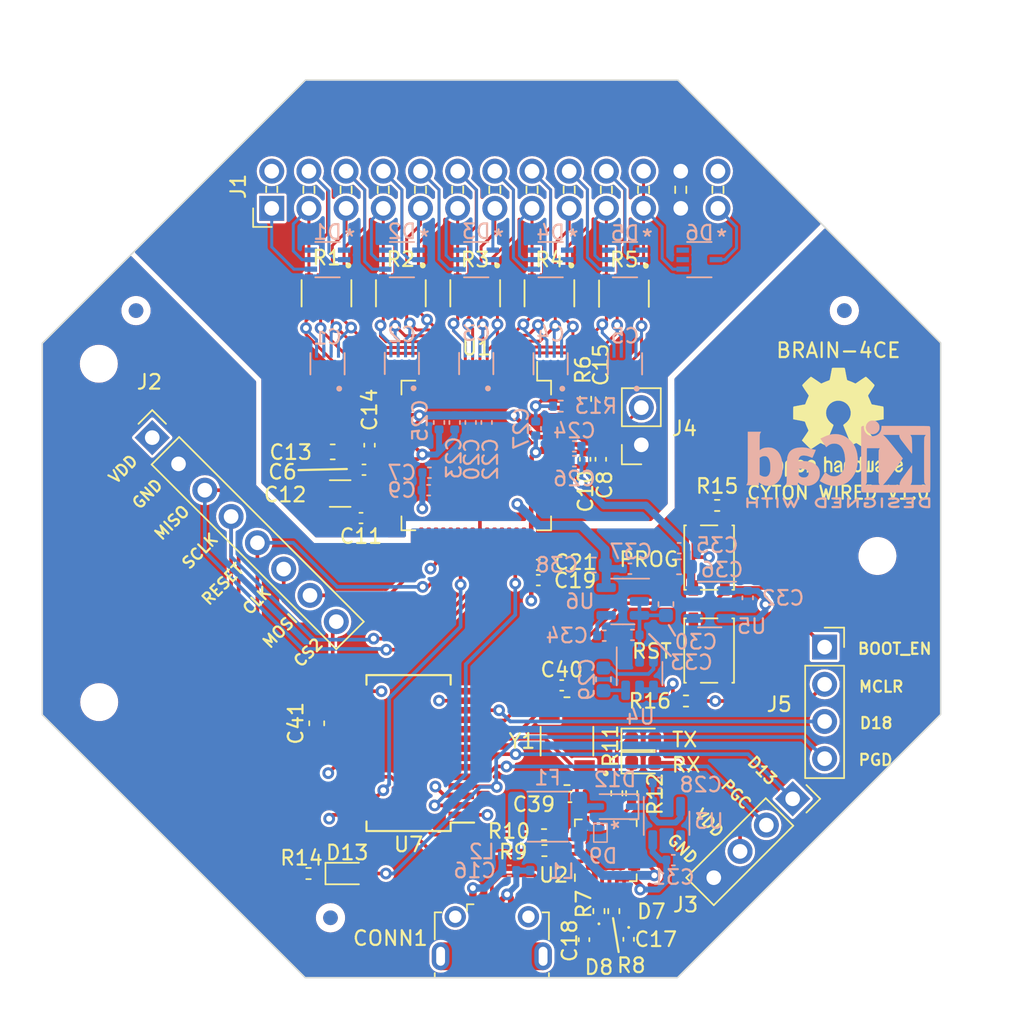
<source format=kicad_pcb>
(kicad_pcb (version 20221018) (generator pcbnew)
  (layers (0 "F.Cu" signal) (1 "In1.Cu" signal) (2 "In2.Cu" signal) (31 "B.Cu" signal) (34 "B.Paste" user) (35 "F.Paste" user) (36 "B.SilkS" user "B.Silkscreen") (37 "F.SilkS" user "F.Silkscreen") (38 "B.Mask" user) (39 "F.Mask" user) (44 "Edge.Cuts" user))
  (net 0 "")
  (net 1 "GNDA")
  (net 2 "/Daisy Functionality/_SRB1")
  (net 3 "/Daisy Functionality/_SRB2")
  (net 4 "/Daisy Functionality/IN1P")
  (net 5 "/Daisy Functionality/IN1N")
  (net 6 "/Daisy Functionality/IN2P")
  (net 7 "/Daisy Functionality/IN2N")
  (net 8 "/Daisy Functionality/IN3P")
  (net 9 "/Daisy Functionality/IN3N")
  (net 10 "/Daisy Functionality/IN4P")
  (net 11 "/Daisy Functionality/IN4N")
  (net 12 "/Daisy Functionality/IN5P")
  (net 13 "/Daisy Functionality/IN5N")
  (net 14 "/Daisy Functionality/IN6P")
  (net 15 "/Daisy Functionality/IN6N")
  (net 16 "/Daisy Functionality/IN7P")
  (net 17 "/Daisy Functionality/IN7N")
  (net 18 "/Daisy Functionality/IN8P")
  (net 19 "/Daisy Functionality/IN8N")
  (net 20 "/Daisy Functionality/BIAS_DRV")
  (net 21 "VSSA")
  (net 22 "Net-(U1-VCAP4)")
  (net 23 "Net-(U1-VCAP3)")
  (net 24 "Net-(U1-VCAP2)")
  (net 25 "Net-(U1-VCAP1)")
  (net 26 "Net-(U1-VREFP)")
  (net 27 "Net-(U1-RLDIN)")
  (net 28 "Net-(CONN1-VBUS)")
  (net 29 "Net-(CONN1-GND)")
  (net 30 "Net-(CONN1-D-)")
  (net 31 "Net-(CONN1-D+)")
  (net 32 "VDD")
  (net 33 "VDDA")
  (net 34 "Net-(U1-WCT)")
  (net 35 "/1P")
  (net 36 "/SRB2")
  (net 37 "/3P")
  (net 38 "/2N")
  (net 39 "/1N")
  (net 40 "/2P")
  (net 41 "/5P")
  (net 42 "/4N")
  (net 43 "/3N")
  (net 44 "/4P")
  (net 45 "/7P")
  (net 46 "/6N")
  (net 47 "/5N")
  (net 48 "/6P")
  (net 49 "/8N")
  (net 50 "/7N")
  (net 51 "/8P")
  (net 52 "/BIAS")
  (net 53 "Net-(D12-K)")
  (net 54 "Net-(U4-CAP+)")
  (net 55 "VCOM")
  (net 56 "Net-(F1-Pad2)")
  (net 57 "Net-(U4-CAP-)")
  (net 58 "/SCLK")
  (net 59 "/RESET")
  (net 60 "/CLK")
  (net 61 "/MOSI")
  (net 62 "/CS2")
  (net 63 "Net-(U6-NR)")
  (net 64 "/BIAS_INV")
  (net 65 "/FROM_PC")
  (net 66 "/TO_PC")
  (net 68 "Net-(D10-K)")
  (net 69 "Net-(D11-K)")
  (net 70 "/MISO")
  (net 71 "Net-(U2-D+)")
  (net 72 "Net-(U2-D-)")
  (net 73 "Net-(U2-TXD)")
  (net 74 "Net-(U2-RXD)")
  (net 75 "Net-(U2-~{TXT}{slash}GPIO.0)")
  (net 76 "Net-(U2-~{RXT}{slash}GPIO.1)")
  (net 87 "/SRB1")
  (net 97 "/Power Supply/-RAW")
  (net 101 "Net-(U7-D15)")
  (net 102 "Net-(U7-D16)")
  (net 103 "/MCU/INT1")
  (net 104 "/MCU/CS4")
  (net 105 "/MCU/CS3")
  (net 106 "Net-(U7-VCAP)")
  (net 108 "Net-(D13-K)")
  (net 109 "/CS1")
  (net 110 "/PGD")
  (net 111 "/D13")
  (net 112 "/PGC")
  (net 113 "/BOOT_EN")
  (net 114 "/MCLR")
  (net 115 "/D18")
  (net 116 "/DRDY")
  (footprint "Capacitor_SMD:C_0603_1608Metric" (layer "F.Cu") (at 128.8288 101.6254 180)
    (fp_text reference "C13")
    (fp_text value "10uF")
  )
  (footprint "Button_Switch_SMD:SW_SPST_PTS810" (layer "F.Cu") (at 154.5418 108.8468 90)
    (fp_text reference "SW1" hide)
    (fp_text value "SW_Push")
  )
  (footprint "LED_SMD:LED_0603_1608Metric" (layer "F.Cu") (at 150.0377 122.8598)
    (fp_text reference "D11" hide)
    (fp_text value "LED_GREEN")
  )
  (footprint "Resistor Arrays:RESCAF80P320X160X60-8N" (layer "F.Cu") (at 133.4832 90.791 -90)
    (fp_text reference "R2")
    (fp_text value "CAY16-222J4LF")
  )
  (footprint "Diode_SMD:D_0402_1005Metric" (layer "F.Cu") (at 149.0472 133.0198 90)
    (fp_text reference "D7")
    (fp_text value "ESD_VARISTOR")
  )
  (footprint "Resistor_SMD:R_0402_1005Metric" (layer "F.Cu") (at 127.1758 130.429)
    (fp_text reference "R14")
    (fp_text value "1k")
  )
  (footprint "Capacitor_SMD:C_0402_1005Metric" (layer "F.Cu") (at 131.3434 101.1682 90)
    (fp_text reference "C14")
    (fp_text value "0.1uF")
  )
  (footprint "Capacitor_SMD:C_0402_1005Metric" (layer "F.Cu") (at 147.1439 98.008 -90)
    (fp_text reference "C15")
    (fp_text value "1nF")
  )
  (footprint "Fiducial:Fiducial_1mm_Mask2mm" (layer "F.Cu") (at 163.7792 91.9734)
    (fp_text reference "REF**" hide)
    (fp_text value "Fiducial_1mm_Mask2mm")
  )
  (footprint "" (layer "F.Cu") (at 112.8776 118.7196)
    (fp_text reference "")
    (fp_text value "")
  )
  (footprint "Resistor_SMD:R_0402_1005Metric" (layer "F.Cu") (at 146.1025 98.006 -90)
    (fp_text reference "R6")
    (fp_text value "1M")
  )
  (footprint "ABMM:XTAL_ABMM2-8.000MHZ-E2-T" (layer "F.Cu") (at 144.8308 121.3866 180)
    (fp_text reference "Y1")
    (fp_text value "ABMM2-8.000MHZ-E2-T")
  )
  (footprint "Resistor_SMD:R_0402_1005Metric" (layer "F.Cu") (at 148.0312 132.9964 90)
    (fp_text reference "R8")
    (fp_text value "22 ohm")
  )
  (footprint "Resistor Arrays:RESCAF80P320X160X60-8N" (layer "F.Cu") (at 128.4032 90.791 -90)
    (fp_text reference "R1")
    (fp_text value "CAY16-222J4LF")
  )
  (footprint "Capacitor_SMD:C_0402_1005Metric" (layer "F.Cu") (at 130.7618 106.1466)
    (fp_text reference "C11")
    (fp_text value "1uF")
  )
  (footprint "Resistor Arrays:RESCAF80P320X160X60-8N" (layer "F.Cu") (at 148.7232 90.8164 -90)
    (fp_text reference "R5")
    (fp_text value "CAY16-222J4LF")
  )
  (footprint "Connector_PinSocket_2.54mm:PinSocket_1x04_P2.54mm_Vertical" (layer "F.Cu") (at 160.2486 125.3236 -45)
    (fp_text reference "J3")
    (fp_text value "Conn_01x04")
  )
  (footprint "Fiducial:Fiducial_1mm_Mask2mm" (layer "F.Cu") (at 128.6764 133.4516)
    (fp_text reference "REF**" hide)
    (fp_text value "Fiducial_1mm_Mask2mm")
  )
  (footprint "Capacitor_SMD:C_0402_1005Metric" (layer "F.Cu") (at 142.8724 110.3884)
    (fp_text reference "C19")
    (fp_text value "1uF")
  )
  (footprint "Capacitor_SMD:C_0603_1608Metric" (layer "F.Cu") (at 127.7366 120.1674 90)
    (fp_text reference "C41")
    (fp_text value "10uF")
  )
  (footprint "Package_DFN_QFN:QFN-24-1EP_4x4mm_P0.5mm_EP2.6x2.6mm" (layer "F.Cu") (at 147.4828 128.8392 90)
    (fp_text reference "U2")
    (fp_text value "CP2102N-Axx-xQFN24")
  )
  (footprint "Connector_PinHeader_2.54mm:PinHeader_2x13_P2.54mm_Horizontal" (layer "F.Cu") (at 124.6632 84.9884 90)
    (fp_text reference "J1")
    (fp_text value "Conn_02x13_Odd_Even")
  )
  (footprint "MountingHole:MountingHole_2.1mm" (layer "F.Cu") (at 166.0398 108.7374)
    (fp_text reference "REF**" hide)
    (fp_text value "MountingHole_2.1mm")
  )
  (footprint "Capacitor_SMD:C_0402_1005Metric" (layer "F.Cu") (at 149.0472 134.9222 -90)
    (fp_text reference "C17")
    (fp_text value "47pF")
  )
  (footprint "Connector_PinSocket_2.54mm:PinSocket_1x04_P2.54mm_Vertical" (layer "F.Cu") (at 162.433 114.9604)
    (fp_text reference "J5")
    (fp_text value "Conn_01x04")
  )
  (footprint "Connector_USB:USB_Micro-B_Molex-105017-0001" (layer "F.Cu") (at 139.7 134.8428)
    (fp_text reference "CONN1")
    (fp_text value "USB_B_Micro")
  )
  (footprint "Resistor_SMD:R_0402_1005Metric" (layer "F.Cu") (at 155.0924 105.283 180)
    (fp_text reference "R15")
    (fp_text value "470k")
  )
  (footprint "Capacitor_SMD:C_0402_1005Metric" (layer "F.Cu") (at 146.0754 102.1308 -90)
    (fp_text reference "C10")
    (fp_text value "0.1uF")
  )
  (footprint "Capacitor_SMD:C_0402_1005Metric" (layer "F.Cu") (at 145.0314 125.1966)
    (fp_text reference "C39")
    (fp_text value "18pF")
  )
  (footprint "Symbol:OSHW-Logo2_9.8x8mm_SilkScreen" (layer "F.Cu") (at 163.3728 99.5934)
    (fp_text reference "REF**" hide)
    (fp_text value "OSHW-Logo2_9.8x8mm_SilkScreen" hide)
  )
  (footprint "Resistor_SMD:R_0402_1005Metric" (layer "F.Cu") (at 149.2504 124.9446 -90)
    (fp_text reference "R12")
    (fp_text value "330 ohm")
  )
  (footprint "Package_QFP:TQFP-64_10x10mm_P0.5mm" (layer "F.Cu") (at 138.6349 101.8688 -90)
    (fp_text reference "U1")
    (fp_text value "ADS129x")
  )
  (footprint "LED_SMD:LED_0603_1608Metric" (layer "F.Cu") (at 150.0377 121.2596)
    (fp_text reference "D10" hide)
    (fp_text value "LED_RED")
  )
  (footprint "Resistor_SMD:R_0402_1005Metric" (layer "F.Cu") (at 147.0152 132.9964 90)
    (fp_text reference "R7")
    (fp_text value "22 ohm")
  )
  (footprint "Package_SO:SSOP-28_5.3x10.2mm_P0.65mm" (layer "F.Cu") (at 134.0104 122.1994 180)
    (fp_text reference "U7")
    (fp_text value "PIC32MX250F128B-I/SS")
  )
  (footprint "Resistor_SMD:R_0402_1005Metric" (layer "F.Cu") (at 143.2644 127.7724 180)
    (fp_text reference "R10")
    (fp_text value "1k ohm")
  )
  (footprint "Capacitor_SMD:C_0402_1005Metric" (layer "F.Cu") (at 145.9992 134.9476 -90)
    (fp_text reference "C18")
    (fp_text value "47pF")
  )
  (footprint "Capacitor_SMD:C_0402_1005Metric" (layer "F.Cu") (at 147.1422 102.1308 -90)
    (fp_text reference "C8")
    (fp_text value "1uF")
  )
  (footprint "Connector_PinSocket_2.54mm:PinSocket_1x02_P2.54mm_Vertical" (layer "F.Cu") (at 149.9108 101.1428 180)
    (fp_text reference "J4")
    (fp_text value "Conn_01x02")
  )
  (footprint "Resistor_SMD:R_0402_1005Metric" (layer "F.Cu") (at 148.2344 124.9446 -90)
    (fp_text reference "R11")
    (fp_text value "330 ohm")
  )
  (footprint "Diode_SMD:D_0402_1005Metric" (layer "F.Cu") (at 147.0152 134.9526 -90)
    (fp_text reference "D8")
    (fp_text value "ESD_VARISTOR")
  )
  (footprint "Resistor Arrays:RESCAF80P320X160X60-8N" (layer "F.Cu") (at 143.6306 90.791 -90)
    (fp_text reference "R4")
    (fp_text value "CAY16-222J4LF")
  )
  (footprint "Resistor_SMD:R_0402_1005Metric" (layer "F.Cu") (at 152.9608 118.6434)
    (fp_text reference "R16")
    (fp_text value "470k")
  )
  (footprint "Capacitor_SMD:C_0402_1005Metric" (layer "F.Cu") (at 130.965 102.8446)
    (fp_text reference "C6")
    (fp_text value "1uF")
  )
  (footprint "Resistor Arrays:RESCAF80P320X160X60-8N" (layer "F.Cu") (at 138.5632 90.791 -90)
    (fp_text reference "R3")
    (fp_text value "CAY16-222J4LF")
  )
  (footprint "Capacitor_SMD:C_0402_1005Metric" (layer "F.Cu") (at 142.8724 109.347)
    (fp_text reference "C21")
    (fp_text value "0.1uF")
  )
  (footprint "" (layer "F.Cu") (at 112.8522 95.6056)
    (fp_text reference "")
    (fp_text value "")
  )
  (footprint "Button_Switch_SMD:SW_SPST_PTS810" (layer "F.Cu") (at 154.5418 115.1968 -90)
    (fp_text reference "SW2" hide)
    (fp_text value "SW_Push")
  )
  (footprint "Connector_PinSocket_2.54mm:PinSocket_1x08_P2.54mm_Vertical" (layer "F.Cu") (at 116.5 100.65 45)
    (fp_text reference "J2")
    (fp_text value "Conn_01x08")
  )
  (footprint "Resistor_SMD:R_0402_1005Metric" (layer "F.Cu") (at 143.2898 128.8646 180)
    (fp_text reference "R9")
    (fp_text value "1k ohm")
  )
  (footprint "LED_SMD:LED_0603_1608Metric" (layer "F.Cu") (at 129.8193 130.429)
    (fp_text reference "D13")
    (fp_text value "LED")
  )
  (footprint "Capacitor_SMD:C_1206_3216Metric" (layer "F.Cu") (at 129.3368 104.4702)
    (fp_text reference "C12")
    (fp_text value "100uF")
  )
  (footprint "Fiducial:Fiducial_1mm_Mask2mm" (layer "F.Cu") (at 115.3922 91.9734)
    (fp_text reference "REF**" hide)
    (fp_text value "Fiducial_1mm_Mask2mm")
  )
  (footprint "Capacitor_SMD:C_0402_1005Metric" (layer "F.Cu") (at 144.4752 117.5766 180)
    (fp_text reference "C40")
    (fp_text value "18pF")
  )
  (footprint "Capacitor_SMD:C_0402_1005Metric" (layer "B.Cu") (at 145.3388 102.2604 180)
    (fp_text reference "C26")
    (fp_text value "0.1uF")
  )
  (footprint "Capacitor_SMD:C_0402_1005Metric" (layer "B.Cu") (at 136.0932 99.6162 -90)
    (fp_text reference "C25")
    (fp_text value "0.1uF")
  )
  (footprint "Fiducial:Fiducial_1mm_Mask2mm" (layer "B.Cu") (at 128.6764 133.4516 180)
    (fp_text reference "REF**" hide)
    (fp_text value "Fiducial_1mm_Mask2mm")
  )
  (footprint "Capacitor Arrays:CAPCAXE50P210X130X94-8N" (layer "B.Cu") (at 148.7932 95.6056 90)
    (fp_text reference "C5")
    (fp_text value "CA0508KRX7R9BB102")
  )
  (footprint "Package_TO_SOT_SMD:SOT-23-5" (layer "B.Cu") (at 154.5852 112.0517 180)
    (fp_text reference "U5")
    (fp_text value "TPS7A24")
  )
  (footprint "Inductor_SMD:L_0402_1005Metric" (layer "B.Cu") (at 142.8012 130.2258)
    (fp_text reference "L1")
    (fp_text value "CHOKE")
  )
  (footprint "Capacitor Arrays:CAPCAXE50P210X130X94-8N" (layer "B.Cu") (at 143.7132 95.6056 90)
    (fp_text reference "C4")
    (fp_text value "CA0508KRX7R9BB102")
  )
  (footprint "Package_TO_SOT_SMD:SOT-23-5" (layer "B.Cu") (at 151.638 126.9945 -90)
    (fp_text reference "U3")
    (fp_text value "MCP1754T-3302E/OT")
  )
  (footprint "Capacitor_SMD:C_0402_1005Metric" (layer "B.Cu") (at 138.2522 99.6162 -90)
    (fp_text reference "C20")
    (fp_text value "1uF")
  )
  (footprint "Diode_SMD:D_SOD-323" (layer "B.Cu") (at 148.1074 125.857 180)
    (fp_text reference "D12")
    (fp_text value "D_Zener")
  )
  (footprint "Capacitor_SMD:C_0603_1608Metric" (layer "B.Cu") (at 146.6651 109.3546 180)
    (fp_text reference "C38")
    (fp_text value "10uF")
  )
  (footprint "TSV - Diodes:TPD4E1B06DCKR" (layer "B.Cu") (at 143.7132 88.4936 180)
    (fp_text reference "D4")
    (fp_text value "TPD4E1B06DCKR")
  )
  (footprint "Package_TO_SOT_SMD:SOT-23-6" (layer "B.Cu") (at 149.7893 116.7714 -90)
    (fp_text reference "U4")
    (fp_text value "LM2664")
  )
  (footprint "Package_TO_SOT_SMD:SOT-23-5" (layer "B.Cu") (at 148.6463 111.8438 180)
    (fp_text reference "U6")
    (fp_text value "TPS723xx-Q1")
  )
  (footprint "TSV - Diodes:ESDALC6V1-1M2" (layer "B.Cu") (at 147.1168 127.6477 -90)
    (fp_text reference "D9")
    (fp_text value "TVS_D" hide)
  )
  (footprint "Fiducial:Fiducial_1mm_Mask2mm" (layer "B.Cu") (at 163.7792 91.9734 180)
    (fp_text reference "REF**" hide)
    (fp_text value "Fiducial_1mm_Mask2mm")
  )
  (footprint "Capacitor_SMD:C_0603_1608Metric" (layer "B.Cu") (at 152.4845 109.4761 180)
    (fp_text reference "C36")
    (fp_text value "10uF")
  )
  (footprint "Fiducial:Fiducial_1mm_Mask2mm" (layer "B.Cu") (at 115.3922 91.9734 180)
    (fp_text reference "REF**" hide)
    (fp_text value "Fiducial_1mm_Mask2mm")
  )
  (footprint "Resistor_SMD:R_0402_1005Metric" (layer "B.Cu") (at 144.399 98.5012)
    (fp_text reference "R13")
    (fp_text value "0")
  )
  (footprint "Capacitor_SMD:C_0402_1005Metric" (layer "B.Cu") (at 140.8912 130.2258)
    (fp_text reference "C16")
    (fp_text value "0.01uF")
  )
  (footprint "TSV - Diodes:TPD4E1B06DCKR" (layer "B.Cu") (at 153.8732 88.4936 180)
    (fp_text reference "D6")
    (fp_text value "TPD4E1B06DCKR")
  )
  (footprint "Capacitor Arrays:CAPCAXE50P210X130X94-8N" (layer "B.Cu") (at 128.4732 95.6056 90)
    (fp_text reference "C1")
    (fp_text value "CA0508KRX7R9BB102")
  )
  (footprint "Fuse:Fuse_1812_4532Metric" (layer "B.Cu") (at 143.5061 126.5428 180)
    (fp_text reference "F1")
    (fp_text value "SM_FUSE")
  )
  (footprint "Capacitor_SMD:C_0402_1005Metric" (layer "B.Cu") (at 135.382 104.2442)
    (fp_text reference "C9")
    (fp_text value "1uF")
  )
  (footprint "TSV - Diodes:TPD4E1B06DCKR" (layer "B.Cu") (at 138.6332 88.4936 180)
    (fp_text reference "D3")
    (fp_text value "TPD4E1B06DCKR")
  )
  (footprint "Capacitor_SMD:C_0603_1608Metric" (layer "B.Cu") (at 151.5927 112.0216 90)
    (fp_text reference "C30")
    (fp_text value "10uF")
  )
  (footprint "Capacitor_SMD:C_0402_1005Metric" (layer "B.Cu") (at 149.1289 109.6086)
    (fp_text reference "C37")
    (fp_text value "2.2uF")
  )
  (footprint "Capacitor_SMD:C_0402_1005Metric" (layer "B.Cu") (at 137.16 99.6162 -90)
    (fp_text reference "C23")
    (fp_text value "1uF")
  )
  (footprint "Capacitor_SMD:C_0603_1608Metric" (layer "B.Cu") (at 147.3255 117.1644 90)
    (fp_text reference "C29")
    (fp_text value "10uF")
  )
  (footprint "Capacitor Arrays:CAPCAXE50P210X130X94-8N" (layer "B.Cu") (at 138.6332 95.5913 90)
    (fp_text reference "C3")
    (fp_text value "CA0508KRX7R9BB102")
  )
  (footprint "Inductor_SMD:L_0402_1005Metric" (layer "B.Cu") (at 140.8938 129.2352 180)
    (fp_text reference "L2")
    (fp_text value "CHOKE")
  )
  (footprint "Capacitor_SMD:C_0402_1005Metric" (layer "B.Cu") (at 145.3388 101.2444 180)
    (fp_text reference "C24")
    (fp_text value "1uF")
  )
  (footprint "Capacitor_SMD:C_0402_1005Metric" (layer "B.Cu") (at 152.0952 129.5146)
    (fp_text reference "C31")
    (fp_text value "2.2uF")
  )
  (footprint "TSV - Diodes:TPD4E1B06DCKR" (layer "B.Cu") (at 128.4732 88.4936 180)
    (fp_text reference "D1")
    (fp_text value "TPD4E1B06DCKR")
  )
  (footprint "Capacitor_SMD:C_0402_1005Metric" (layer "B.Cu") (at 151.158 124.2314)
    (fp_text reference "C28")
    (fp_text value "2.2uF")
  )
  (footprint "Capacitor_SMD:C_0402_1005Metric" (layer "B.Cu") (at 147.3763 114.1806)
    (fp_text reference "C34")
    (fp_text value "0.01uF")
  )
  (footprint "Capacitor_SMD:C_0402_1005Metric" (layer "B.Cu") (at 152.4969 108.2061 180)
    (fp_text reference "C35")
    (fp_text value "2.2uF")
  )
  (footprint "Capacitor_SMD:C_0402_1005Metric" (layer "B.Cu") (at 157.176 111.5971 -90)
    (fp_text reference "C32")
    (fp_text value "2.2uF")
  )
  (footprint "Capacitor_SMD:C_0402_1005Metric" (layer "B.Cu") (at 149.3067 114.1298 180)
    (fp_text reference "C33")
    (fp_text value "2.2uF")
  )
  (footprint "Symbol:KiCad-Logo2_5mm_SilkScreen" (layer "B.Cu") (at 163.3728 102.4636 180)
    (fp_text reference "REF**" hide)
    (fp_text value "KiCad-Logo2_5mm_SilkScreen" hide)
  )
  (footprint "Capacitor Arrays:CAPCAXE50P210X130X94-8N" (layer "B.Cu") (at 133.5532 95.5802 90)
    (fp_text reference "C2")
    (fp_text value "CA0508KRX7R9BB102")
  )
  (footprint "Capacitor_SMD:C_0402_1005Metric" (layer "B.Cu") (at 139.3444 99.6162 -90)
    (fp_text reference "C22")
    (fp_text value "0.1uF")
  )
  (footprint "Capacitor_SMD:C_0402_1005Metric" (layer "B.Cu") (at 142.6972 100.0252 90)
    (fp_text reference "C27")
    (fp_text value "1nF")
  )
  (footprint "TSV - Diodes:TPD4E1B06DCKR" (layer "B.Cu") (at 133.5532 88.4936 180)
    (fp_text reference "D2")
    (fp_text value "TPD4E1B06DCKR")
  )
  (footprint "Capacitor_SMD:C_0402_1005Metric" (layer "B.Cu") (at 135.4328 103.0478)
    (fp_text reference "C7")
    (fp_text value "1uF")
  )
  (footprint "TSV - Diodes:TPD4E1B06DCKR" (layer "B.Cu") (at 148.7932 88.4936 180)
    (fp_text reference "D5")
    (fp_text value "TPD4E1B06DCKR")
  )
  (gr_line (start 151.7904 113.4618) (end 152.2222 114.173) (stroke (width 0.1524)) (layer "B.SilkS"))
  (gr_line (start 150.4442 114.0714) (end 151.9174 115.57) (stroke (width 0.1524)) (layer "B.SilkS"))
  (gr_line (start 129.794 102.7938) (end 126.492 102.87) (stroke (width 0.1524)) (layer "F.SilkS"))
  (gr_line (start 147.9804 133.477) (end 148.3614 135.7884) (stroke (width 0.1524)) (layer "F.SilkS"))
  (gr_poly (pts (xy 170.3578 94.1832) (xy 170.3578 119.5578) (xy 152.3746 137.541) (xy 126.9492 137.541) (xy 108.9914 119.5832) (xy 108.9914 94.2086) (xy 126.9746 76.2254) (xy 152.4 76.2254)) (stroke (width 0.1016)) (fill none) (layer "Edge.Cuts"))
  (gr_text "BRAIN-4CE" (at 163.3728 94.6912) (layer "F.SilkS") (effects (font (size 1 1))))
  (gr_text "BOOT_EN" (at 164.6174 115.5192) (layer "F.SilkS") (effects (font (size 0.762 0.762)) (justify left bottom)))
  (gr_text "TX" (at 151.9174 121.8692) (layer "F.SilkS") (effects (font (size 1 1)) (justify left bottom)))
  (gr_text "CLK" (at 123.1392 112.9284 45) (layer "F.SilkS") (effects (font (size 0.762 0.762)) (justify left bottom)))
  (gr_text "MCLR" (at 164.6936 118.11) (layer "F.SilkS") (effects (font (size 0.762 0.762)) (justify left bottom)))
  (gr_text "GND" (at 115.5954 105.7148 45) (layer "F.SilkS") (effects (font (size 0.762 0.762)) (justify left bottom)))
  (gr_text "RESET" (at 120.3452 112.268 45) (layer "F.SilkS") (effects (font (size 0.762 0.762)) (justify left bottom)))
  (gr_text "GND" (at 151.511 128.1684 315) (layer "F.SilkS") (effects (font (size 0.762 0.762)) (justify left bottom)))
  (gr_text "PROG" (at 148.3106 109.5502) (layer "F.SilkS") (effects (font (size 1 1)) (justify left bottom)))
  (gr_text "PGC" (at 155.194 124.46 315) (layer "F.SilkS") (effects (font (size 0.762 0.762)) (justify left bottom)))
  (gr_text "D13" (at 156.9974 122.8598 315) (layer "F.SilkS") (effects (font (size 0.762 0.762)) (justify left bottom)))
  (gr_text "VDD" (at 153.3906 126.4666 315) (layer "F.SilkS") (effects (font (size 0.762 0.762)) (justify left bottom)))
  (gr_text "CS2" (at 126.619 116.5098 45) (layer "F.SilkS") (effects (font (size 0.762 0.762)) (justify left bottom)))
  (gr_text "D18" (at 164.7444 120.5992) (layer "F.SilkS") (effects (font (size 0.762 0.762)) (justify left bottom)))
  (gr_text "RX" (at 151.892 123.5964) (layer "F.SilkS") (effects (font (size 1 1)) (justify left bottom)))
  (gr_text "PGD" (at 164.6682 123.1138) (layer "F.SilkS") (effects (font (size 0.762 0.762)) (justify left bottom)))
  (gr_text "CYTON WIRED V1.0" (at 163.3728 104.4194) (layer "F.SilkS") (effects (font (size 0.889 0.889))))
  (gr_text "MISO" (at 117.1194 107.823 45) (layer "F.SilkS") (effects (font (size 0.762 0.762)) (justify left bottom)))
  (gr_text "VDD" (at 113.9952 103.9622 45) (layer "F.SilkS") (effects (font (size 0.762 0.762)) (justify left bottom)))
  (gr_text "MOSI" (at 124.5108 115.2144 45) (layer "F.SilkS") (effects (font (size 0.762 0.762)) (justify left bottom)))
  (gr_text "SCLK" (at 118.999 109.8042 45) (layer "F.SilkS") (effects (font (size 0.762 0.762)) (justify left bottom)))
  (gr_text "RST" (at 149.1742 115.824) (layer "F.SilkS") (effects (font (size 1 1)) (justify left bottom)))
  (segment (start 146.7328 129.5892) (end 147.4828 128.8392) (width 0.25) (layer "F.Cu") (net 1))
  (segment (start 138.8849 107.5313) (end 138.8849 105.7679) (width 0.25) (layer "F.Cu") (net 1))
  (segment (start 138.8849 105.7679) (end 138.8872 105.7656) (width 0.25) (layer "F.Cu") (net 1))
  (segment (start 143.3524 109.347) (end 143.3524 110.3884) (width 0.25) (layer "F.Cu") (net 1))
  (segment (start 143.3545 109.3491) (end 143.3524 109.347) (width 0.25) (layer "F.Cu") (net 1))
  (segment (start 137.8832 96.3913) (end 137.8832 97.548) (width 0.2032) (layer "B.Cu") (net 1))
  (segment (start 139.3832 96.3913) (end 140.1555 96.3913) (width 0.2032) (layer "B.Cu") (net 1))
  (segment (start 139.3832 96.3913) (end 139.3832 97.5226) (width 0.2032) (layer "B.Cu") (net 1))
  (segment (start 148.0432 96.4056) (end 148.0432 97.524) (width 0.2032) (layer "B.Cu") (net 1))
  (segment (start 149.5432 96.4056) (end 150.3298 96.4056) (width 0.2032) (layer "B.Cu") (net 1))
  (segment (start 149.0432 96.4056) (end 149.0432 97.54) (width 0.2032) (layer "B.Cu") (net 1))
  (segment (start 128.7232 96.4056) (end 128.7232 97.5574) (width 0.2032) (layer "B.Cu") (net 1))
  (segment (start 134.3032 96.3802) (end 135.2168 96.3802) (width 0.2032) (layer "B.Cu") (net 1))
  (segment (start 149.0432 97.54) (end 148.7932 97.79) (width 0.2032) (layer "B.Cu") (net 1))
  (segment (start 128.2232 96.4056) (end 128.2232 97.4892) (width 0.2032) (layer "B.Cu") (net 1))
  (segment (start 127.7232 96.4056) (end 126.784 96.4056) (width 0.2032) (layer "B.Cu") (net 1))
  (segment (start 138.3832 96.3913) (end 138.3832 97.5146) (width 0.2032) (layer "B.Cu") (net 1))
  (segment (start 142.9632 96.4056) (end 142.9632 97.524) (width 0.2032) (layer "B.Cu") (net 1))
  (segment (start 137.8832 96.3913) (end 137.0601 96.3913) (width 0.2032) (layer "B.Cu") (net 1))
  (segment (start 148.0432 96.4056) (end 147.2818 96.4056) (width 0.2032) (layer "B.Cu") (net 1))
  (segment (start 133.3032 96.3802) (end 133.3032 97.5908) (width 0.2032) (layer "B.Cu") (net 1))
  (segment (start 132.8032 96.3802) (end 132.8032 97.5988) (width 0.2032) (layer "B.Cu") (net 1))
  (segment (start 143.9632 96.4056) (end 143.9632 97.413) (width 0.2032) (layer "B.Cu") (net 1))
  (segment (start 149.5432 96.4056) (end 149.5432 97.3702) (width 0.2032) (layer "B.Cu") (net 1))
  (segment (start 129.2232 96.4056) (end 130.1622 96.4056) (width 0.2032) (layer "B.Cu") (net 1))
  (segment (start 144.4632 96.4056) (end 144.4632 97.5494) (width 0.2032) (layer "B.Cu") (net 1))
  (segment (start 132.8032 96.3802) (end 131.8894 96.3802) (width 0.2032) (layer "B.Cu") (net 1))
  (segment (start 133.8032 96.3802) (end 133.8032 97.5828) (width 0.2032) (layer "B.Cu") (net 1))
  (segment (start 148.7932 97.79) (end 148.5432 97.54) (width 0.2032) (layer "B.Cu") (net 1))
  (segment (start 127.7232 96.4056) (end 127.7232 97.4972) (width 0.2032) (layer "B.Cu") (net 1))
  (segment (start 129.2232 96.4056) (end 129.2232 97.4986) (width 0.2032) (layer "B.Cu") (net 1))
  (segment (start 134.3032 96.3802) (end 134.3032 97.5494) (width 0.2032) (layer "B.Cu") (net 1))
  (segment (start 142.9632 96.4056) (end 142.1002 96.4056) (width 0.2032) (layer "B.Cu") (net 1))
  (segment (start 148.5432 97.54) (end 148.5432 96.4056) (width 0.2032) (layer "B.Cu") (net 1))
  (segment (start 143.4632 96.4056) (end 143.4632 97.4812) (width 0.2032) (layer "B.Cu") (net 1))
  (segment (start 149.0432 94.8056) (end 149.0432 96.4056) (width 0.2032) (layer "B.Cu") (net 1))
  (segment (start 144.4632 96.4056) (end 145.3768 96.4056) (width 0.2032) (layer "B.Cu") (net 1))
  (segment (start 138.8832 96.3913) (end 138.8832 97.54) (width 0.2032) (layer "B.Cu") (net 1))
  (segment (start 131.5198 98.1188) (end 132.9724 98.1188) (width 0.2032) (layer "F.Cu") (net 2))
  (segment (start 127.003697 93.1672) (end 127.003697 92.680903) (width 0.2032) (layer "F.Cu") (net 2))
  (segment (start 127.003697 93.602697) (end 131.5198 98.1188) (width 0.2032) (layer "F.Cu") (net 2))
  (segment (start 127.003697 92.680903) (end 127.2032 92.4814) (width 0.2032) (layer "F.Cu") (net 2))
  (segment (start 127.2032 92.4814) (end 127.2032 91.666) (width 0.2032) (layer "F.Cu") (net 2))
  (segment (start 127.003697 93.1672) (end 127.003697 93.602697) (width 0.2032) (layer "F.Cu") (net 2))
  (via (at 127.003697 93.1672) (size 0.8) (drill 0.4) (layers "F.Cu" "B.Cu") (net 2))
  (segment (start 127.7232 93.9666) (end 127.7232 94.8056) (width 0.2032) (layer "B.Cu") (net 2))
  (segment (start 127.003697 93.1672) (end 127.003697 93.247097) (width 0.2032) (layer "B.Cu") (net 2))
  (segment (start 127.003697 93.247097) (end 127.7232 93.9666) (width 0.2032) (layer "B.Cu") (net 2))
  (segment (start 134.0452 98.6188) (end 132.9724 98.6188) (width 0.2032) (layer "F.Cu") (net 3))
  (segment (start 134.4422 97.409) (end 134.4422 98.2218) (width 0.2032) (layer "F.Cu") (net 3))
  (segment (start 128.0032 93.1672) (end 128.0032 91.666) (width 0.2032) (layer "F.Cu") (net 3))
  (segment (start 134.0612 97.028) (end 134.4422 97.409) (width 0.2032) (layer "F.Cu") (net 3))
  (segment (start 128.0032 93.2814) (end 131.7498 97.028) (width 0.2032) (layer "F.Cu") (net 3))
  (segment (start 128.0032 93.1672) (end 128.0032 93.2814) (width 0.2032) (layer "F.Cu") (net 3))
  (segment (start 134.4422 98.2218) (end 134.0452 98.6188) (width 0.2032) (layer "F.Cu") (net 3))
  (segment (start 131.7498 97.028) (end 134.0612 97.028) (width 0.2032) (layer "F.Cu") (net 3))
  (via (at 128.0032 93.1672) (size 0.8) (drill 0.4) (layers "F.Cu" "B.Cu") (net 3))
  (segment (start 128.2232 94.8056) (end 128.2232 93.3872) (width 0.2032) (layer "B.Cu") (net 3))
  (segment (start 128.2232 93.3872) (end 128.0032 93.1672) (width 0.2032) (layer "B.Cu") (net 3))
  (segment (start 129.0701 93.1037) (end 128.8032 92.8368) (width 0.2032) (layer "F.Cu") (net 4))
  (segment (start 134.8849 95.0323) (end 134.8849 96.2063) (width 0.2032) (layer "F.Cu") (net 4))
  (segment (start 130.8608 94.8944) (end 134.747 94.8944) (width 0.2032) (layer "F.Cu") (net 4))
  (segment (start 134.747 94.8944) (end 134.8849 95.0323) (width 0.2032) (layer "F.Cu") (net 4))
  (segment (start 128.8032 92.8368) (end 128.8032 91.666) (width 0.2032) (layer "F.Cu") (net 4))
  (segment (start 129.0701 93.1037) (end 130.8608 94.8944) (width 0.2032) (layer "F.Cu") (net 4))
  (via (at 129.0701 93.1037) (size 0.8) (drill 0.4) (layers "F.Cu" "B.Cu") (net 4))
  (segment (start 129.0701 93.1037) (end 128.7232 93.4506) (width 0.2032) (layer "B.Cu") (net 4))
  (segment (start 128.7232 93.4506) (end 128.7232 94.8056) (width 0.2032) (layer "B.Cu") (net 4))
  (segment (start 129.6162 91.679) (end 129.6032 91.666) (width 0.2032) (layer "F.Cu") (net 5))
  (segment (start 130.086327 93.130684) (end 129.6162 92.660557) (width 0.2032) (layer "F.Cu") (net 5))
  (segment (start 135.3849 94.966615) (end 135.3849 96.2063) (width 0.2032) (layer "F.Cu") (net 5))
  (segment (start 131.426 94.4944) (end 134.912686 94.4944) (width 0.2032) (layer "F.Cu") (net 5))
  (segment (start 134.912686 94.4944) (end 135.3849 94.966615) (width 0.2032) (layer "F.Cu") (net 5))
  (segment (start 129.6162 92.660557) (end 129.6162 91.679) (width 0.2032) (layer "F.Cu") (net 5))
  (segment (start 130.086327 93.154727) (end 131.426 94.4944) (width 0.2032) (layer "F.Cu") (net 5))
  (segment (start 130.086327 93.130684) (end 130.086327 93.154727) (width 0.2032) (layer "F.Cu") (net 5))
  (via (at 130.086327 93.130684) (size 0.8) (drill 0.4) (layers "F.Cu" "B.Cu") (net 5))
  (segment (start 129.2232 94.8056) (end 129.2232 93.993811) (width 0.2032) (layer "B.Cu") (net 5))
  (segment (start 129.2232 93.993811) (end 130.086327 93.130684) (width 0.2032) (layer "B.Cu") (net 5))
  (segment (start 132.096905 93.717505) (end 132.4738 94.0944) (width 0.2032) (layer "F.Cu") (net 6))
  (segment (start 132.096905 92.986254) (end 132.2832 92.799959) (width 0.2032) (layer "F.Cu") (net 6))
  (segment (start 132.4738 94.0944) (end 135.078372 94.094401) (width 0.2032) (layer "F.Cu") (net 6))
  (segment (start 132.2832 92.799959) (end 132.2832 91.666) (width 0.2032) (layer "F.Cu") (net 6))
  (segment (start 135.078372 94.094401) (end 135.8849 94.90093) (width 0.2032) (layer "F.Cu") (net 6))
  (segment (start 132.096905 92.986254) (end 132.096905 93.717505) (width 0.2032) (layer "F.Cu") (net 6))
  (segment (start 135.8849 94.90093) (end 135.8849 96.2063) (width 0.2032) (layer "F.Cu") (net 6))
  (via (at 132.096905 92.986254) (size 0.8) (drill 0.4) (layers "F.Cu" "B.Cu") (net 6))
  (segment (start 132.096905 93.565105) (end 132.096905 92.986254) (width 0.2032) (layer "B.Cu") (net 6))
  (segment (start 132.8032 94.7802) (end 132.8032 94.2714) (width 0.2032) (layer "B.Cu") (net 6))
  (segment (start 132.8032 94.2714) (end 132.096905 93.565105) (width 0.2032) (layer "B.Cu") (net 6))
  (segment (start 133.7756 93.6944) (end 135.244058 93.694401) (width 0.2032) (layer "F.Cu") (net 7))
  (segment (start 136.3849 94.835245) (end 136.3849 96.2063) (width 0.2032) (layer "F.Cu") (net 7))
  (segment (start 133.096 93.0148) (end 133.7756 93.6944) (width 0.2032) (layer "F.Cu") (net 7))
  (segment (start 135.244058 93.694401) (end 136.3849 94.835245) (width 0.2032) (layer "F.Cu") (net 7))
  (segment (start 133.096 93.0148) (end 133.0832 93.002) (width 0.2032) (layer "F.Cu") (net 7))
  (segment (start 133.0832 93.002) (end 133.0832 91.666) (width 0.2032) (layer "F.Cu") (net 7))
  (via (at 133.096 93.0148) (size 0.8) (drill 0.4) (layers "F.Cu" "B.Cu") (net 7))
  (segment (start 133.3032 93.9586) (end 133.3032 94.7802) (width 0.2032) (layer "B.Cu") (net 7))
  (segment (start 133.096 93.0148) (end 133.096 93.7514) (width 0.2032) (layer "B.Cu") (net 7))
  (segment (start 133.096 93.7514) (end 133.3032 93.9586) (width 0.2032) (layer "B.Cu") (net 7))
  (segment (start 134.094731 92.8425) (end 133.8832 92.630969) (width 0.2032) (layer "F.Cu") (net 8))
  (segment (start 133.8832 92.630969) (end 133.8832 91.666) (width 0.2032) (layer "F.Cu") (net 8))
  (segment (start 135.409745 93.294401) (end 136.8849 94.769556) (width 0.2032) (layer "F.Cu") (net 8))
  (segment (start 136.8849 94.769556) (end 136.8849 96.2063) (width 0.2032) (layer "F.Cu") (net 8))
  (segment (start 134.546632 93.294401) (end 135.409745 93.294401) (width 0.2032) (layer "F.Cu") (net 8))
  (segment (start 134.094731 92.8425) (end 134.546632 93.294401) (width 0.2032) (layer "F.Cu") (net 8))
  (via (at 134.094731 92.8425) (size 0.8) (drill 0.4) (layers "F.Cu" "B.Cu") (net 8))
  (segment (start 133.8032 93.9586) (end 134.094731 93.667069) (width 0.2032) (layer "B.Cu") (net 8))
  (segment (start 134.094731 93.667069) (end 134.094731 92.8425) (width 0.2032) (layer "B.Cu") (net 8))
  (segment (start 133.8032 94.7802) (end 133.8032 93.9586) (width 0.2032) (layer "B.Cu") (net 8))
  (segment (start 134.6832 92.00217) (end 134.6832 91.666) (width 0.2032) (layer "F.Cu") (net 9))
  (segment (start 135.275931 92.594901) (end 137.3849 94.70387) (width 0.2032) (layer "F.Cu") (net 9))
  (segment (start 135.275931 92.594901) (end 134.6832 92.00217) (width 0.2032) (layer "F.Cu") (net 9))
  (segment (start 137.3849 94.70387) (end 137.3849 96.2063) (width 0.2032) (layer "F.Cu") (net 9))
  (via (at 135.275931 92.594901) (size 0.8) (drill 0.4) (layers "F.Cu" "B.Cu") (net 9))
  (segment (start 135.275931 93.070069) (end 135.275931 92.594901) (width 0.2032) (layer "B.Cu") (net 9))
  (segment (start 134.3032 94.7802) (end 134.3032 94.0428) (width 0.2032) (layer "B.Cu") (net 9))
  (segment (start 134.3032 94.0428) (end 135.275931 93.070069) (width 0.2032) (layer "B.Cu") (net 9))
  (segment (start 137.0838 92.8624) (end 137.0838 93.356628) (width 0.2032) (layer "F.Cu") (net 10))
  (segment (start 137.0838 93.356628) (end 137.8849 94.157728) (width 0.2032) (layer "F.Cu") (net 10))
  (segment (start 137.3632 92.583) (end 137.0838 92.8624) (width 0.2032) (layer "F.Cu") (net 10))
  (segment (start 137.8849 94.157728) (end 137.8849 96.2063) (width 0.2032) (layer "F.Cu") (net 10))
  (segment (start 137.3632 91.666) (end 137.3632 92.583) (width 0.2032) (layer "F.Cu") (net 10))
  (via (at 137.0838 92.8624) (size 0.8) (drill 0.4) (layers "F.Cu" "B.Cu") (net 10))
  (segment (start 137.8832 94.1444) (end 137.0838 93.345) (width 0.2032) (layer "B.Cu") (net 10))
  (segment (start 137.0838 93.345) (end 137.0838 92.8624) (width 0.2032) (layer "B.Cu") (net 10))
  (segment (start 137.8832 94.7913) (end 137.8832 94.1444) (width 0.2032) (layer "B.Cu") (net 10))
  (segment (start 138.081846 92.916348) (end 138.081846 92.473754) (width 0.2032) (layer "F.Cu") (net 11))
  (segment (start 138.3849 93.219402) (end 138.3849 96.2063) (width 0.2032) (layer "F.Cu") (net 11))
  (segment (start 138.081846 92.916348) (end 138.3849 93.219402) (width 0.2032) (layer "F.Cu") (net 11))
  (segment (start 138.1632 92.3924) (end 138.1632 91.666) (width 0.2032) (layer "F.Cu") (net 11))
  (segment (start 138.081846 92.473754) (end 138.1632 92.3924) (width 0.2032) (layer "F.Cu") (net 11))
  (via (at 138.081846 92.916348) (size 0.8) (drill 0.4) (layers "F.Cu" "B.Cu") (net 11))
  (segment (start 138.081846 93.581046) (end 138.081846 92.916348) (width 0.2032) (layer "B.Cu") (net 11))
  (segment (start 138.3832 93.8824) (end 138.081846 93.581046) (width 0.2032) (layer "B.Cu") (net 11))
  (segment (start 138.3832 94.7913) (end 138.3832 93.8824) (width 0.2032) (layer "B.Cu") (net 11))
  (segment (start 138.8849 94.2871) (end 138.8849 96.2063) (width 0.2032) (layer "F.Cu") (net 12))
  (segment (start 138.9632 92.795005) (end 138.9632 91.666) (width 0.2032) (layer "F.Cu") (net 12))
  (segment (start 139.081343 92.913148) (end 139.081343 94.090657) (width 0.2032) (layer "F.Cu") (net 12))
  (segment (start 139.081343 94.090657) (end 138.8849 94.2871) (width 0.2032) (layer "F.Cu") (net 12))
  (segment (start 139.081343 92.913148) (end 138.9632 92.795005) (width 0.2032) (layer "F.Cu") (net 12))
  (via (at 139.081343 92.913148) (size 0.8) (drill 0.4) (layers "F.Cu" "B.Cu") (net 12))
  (segment (start 138.8832 94.7913) (end 138.8832 93.857) (width 0.2032) (layer "B.Cu") (net 12))
  (segment (start 139.081343 93.658857) (end 139.081343 92.913148) (width 0.2032) (layer "B.Cu") (net 12))
  (segment (start 138.8832 93.857) (end 139.081343 93.658857) (width 0.2032) (layer "B.Cu") (net 12))
  (segment (start 140.080845 94.030955) (end 139.3849 94.7269) (width 0.2032) (layer "F.Cu") (net 13))
  (segment (start 140.080845 92.913206) (end 140.080845 94.030955) (width 0.2032) (layer "F.Cu") (net 13))
  (segment (start 140.080845 91.983645) (end 139.7632 91.666) (width 0.2032) (layer "F.Cu") (net 13))
  (segment (start 140.080845 92.913206) (end 140.080845 91.983645) (width 0.2032) (layer "F.Cu") (net 13))
  (segment (start 139.3849 94.7269) (end 139.3849 96.2063) (width 0.2032) (layer "F.Cu") (net 13))
  (via (at 140.080845 92.913206) (size 0.8) (drill 0.4) (layers "F.Cu" "B.Cu") (net 13))
  (segment (start 139.3832 94.7913) (end 139.3832 93.9412) (width 0.2032) (layer "B.Cu") (net 13))
  (segment (start 140.080845 93.243555) (end 140.080845 92.913206) (width 0.2032) (layer "B.Cu") (net 13))
  (segment (start 139.3832 93.9412) (end 140.080845 93.243555) (width 0.2032) (layer "B.Cu") (net 13))
  (segment (start 142.4306 92.34622) (end 142.4306 91.666) (width 0.2032) (layer "F.Cu") (net 14))
  (segment (start 139.8849 94.848128) (end 139.8849 96.2063) (width 0.2032) (layer "F.Cu") (net 14))
  (segment (start 141.8191 92.913928) (end 139.8849 94.848128) (width 0.2032) (layer "F.Cu") (net 14))
  (segment (start 141.851353 92.913928) (end 141.8191 92.913928) (width 0.2032) (layer "F.Cu") (net 14))
  (segment (start 141.862892 92.913928) (end 142.4306 92.34622) (width 0.2032) (layer "F.Cu") (net 14))
  (segment (start 141.851353 92.913928) (end 141.862892 92.913928) (width 0.2032) (layer "F.Cu") (net 14))
  (via (at 141.851353 92.913928) (size 0.8) (drill 0.4) (layers "F.Cu" "B.Cu") (net 14))
  (segment (start 142.9632 94.3476) (end 141.851353 93.235753) (width 0.2032) (layer "B.Cu") (net 14))
  (segment (start 141.851353 93.235753) (end 141.851353 92.913928) (width 0.2032) (layer "B.Cu") (net 14))
  (segment (start 142.9632 94.8056) (end 142.9632 94.3476) (width 0.2032) (layer "B.Cu") (net 14))
  (segment (start 141.636114 93.6626) (end 140.3849 94.913814) (width 0.2032) (layer "F.Cu") (net 15))
  (segment (start 143.2306 92.583) (end 143.2306 91.666) (width 0.2032) (layer "F.Cu") (net 15))
  (segment (start 142.8496 92.964) (end 142.8496 92.9894) (width 0.2032) (layer "F.Cu") (net 15))
  (segment (start 142.8496 92.964) (end 143.2306 92.583) (width 0.2032) (layer "F.Cu") (net 15))
  (segment (start 142.1764 93.6626) (end 141.636114 93.6626) (width 0.2032) (layer "F.Cu") (net 15))
  (segment (start 140.3849 94.913814) (end 140.3849 96.2063) (width 0.2032) (layer "F.Cu") (net 15))
  (segment (start 142.8496 92.9894) (end 142.1764 93.6626) (width 0.2032) (layer "F.Cu") (net 15))
  (via (at 142.8496 92.964) (size 0.8) (drill 0.4) (layers "F.Cu" "B.Cu") (net 15))
  (segment (start 142.8496 93.379224) (end 142.8496 92.964) (width 0.2032) (layer "B.Cu") (net 15))
  (segment (start 143.4632 93.992824) (end 142.8496 93.379224) (width 0.2032) (layer "B.Cu") (net 15))
  (segment (start 143.4632 94.8056) (end 143.4632 93.992824) (width 0.2032) (layer "B.Cu") (net 15))
  (segment (start 141.8018 94.0626) (end 140.8849 94.9795) (width 0.2032) (layer "F.Cu") (net 16))
  (segment (start 142.983374 94.0626) (end 141.8018 94.0626) (width 0.2032) (layer "F.Cu") (net 16))
  (segment (start 144.0306 93.015374) (end 142.983374 94.0626) (width 0.2032) (layer "F.Cu") (net 16))
  (segment (start 140.8849 94.9795) (end 140.8849 96.2063) (width 0.2032) (layer "F.Cu") (net 16))
  (segment (start 144.0306 93.015374) (end 144.0306 91.666) (width 0.2032) (layer "F.Cu") (net 16))
  (via (at 144.0306 93.015374) (size 0.8) (drill 0.4) (layers "F.Cu" "B.Cu") (net 16))
  (segment (start 143.9632 93.082774) (end 144.0306 93.015374) (width 0.2032) (layer "B.Cu") (net 16))
  (segment (start 143.9632 94.8056) (end 143.9632 93.082774) (width 0.2032) (layer "B.Cu") (net 16))
  (segment (start 145.2372 93.0656) (end 144.8306 92.659) (width 0.2032) (layer "F.Cu") (net 17))
  (segment (start 145.2372 93.0656) (end 145.2372 93.9546) (width 0.2032) (layer "F.Cu") (net 17))
  (segment (start 144.7292 94.4626) (end 141.967486 94.4626) (width 0.2032) (layer "F.Cu") (net 17))
  (segment (start 141.3849 95.045186) (end 141.3849 96.2063) (width 0.2032) (layer "F.Cu") (net 17))
  (segment (start 145.2372 93.9546) (end 144.7292 94.4626) (width 0.2032) (layer "F.Cu") (net 17))
  (segment (start 141.967486 94.4626) (end 141.3849 95.045186) (width 0.2032) (layer "F.Cu") (net 17))
  (segment (start 144.8306 92.659) (end 144.8306 91.666) (width 0.2032) (layer "F.Cu") (net 17))
  (via (at 145.2372 93.0656) (size 0.8) (drill 0.4) (layers "F.Cu" "B.Cu") (net 17))
  (segment (start 144.4632 94.8056) (end 144.4632 93.8396) (width 0.2032) (layer "B.Cu") (net 17))
  (segment (start 144.4632 93.8396) (end 145.2372 93.0656) (width 0.2032) (layer "B.Cu") (net 17))
  (segment (start 147.2438 92.9132) (end 147.5232 92.6338) (width 0.2032) (layer "F.Cu") (net 18))
  (segment (start 147.5232 92.6338) (end 147.5232 91.6914) (width 0.2032) (layer "F.Cu") (net 18))
  (segment (start 147.2438 92.9132) (end 145.2944 94.8626) (width 0.2032) (layer "F.Cu") (net 18))
  (segment (start 142.2718 94.8626) (end 141.8849 95.2495) (width 0.2032) (layer "F.Cu") (net 18))
  (segment (start 145.2944 94.8626) (end 142.2718 94.8626) (width 0.2032) (layer "F.Cu") (net 18))
  (segment (start 141.8849 95.2495) (end 141.8849 96.2063) (width 0.2032) (layer "F.Cu") (net 18))
  (via (at 147.2438 92.9132) (size 0.8) (drill 0.4) (layers "F.Cu" "B.Cu") (net 18))
  (segment (start 147.2438 93.4974) (end 147.2438 92.9132) (width 0.2032) (layer "B.Cu") (net 18))
  (segment (start 148.0432 94.2968) (end 147.2438 93.4974) (width 0.2032) (layer "B.Cu") (net 18))
  (segment (start 148.0432 94.8056) (end 148.0432 94.2968) (width 0.2032) (layer "B.Cu") (net 18))
  (segment (start 148.2598 92.964) (end 148.2598 93.472) (width 0.2032) (layer "F.Cu") (net 19))
  (segment (start 148.2598 93.472) (end 145.5255 96.2063) (width 0.2032) (layer "F.Cu") (net 19))
  (segment (start 148.2598 92.964) (end 148.2598 92.202) (width 0.2032) (layer "F.Cu") (net 19))
  (segment (start 145.5255 96.2063) (end 142.3849 96.2063) (width 0.2032) (layer "F.Cu") (net 19))
  (via (at 148.2598 92.964) (size 0.8) (drill 0.4) (layers "F.Cu" "B.Cu") (net 19))
  (segment (start 148.5432 94.8056) (end 148.5432 93.7046) (width 0.2032) (layer "B.Cu") (net 19))
  (segment (start 148.2598 93.4212) (end 148.2598 92.964) (width 0.2032) (layer "B.Cu") (net 19))
  (segment (start 148.5432 93.7046) (end 148.2598 93.4212) (width 0.2032) (layer "B.Cu") (net 19))
  (segment (start 147.1119 97.496) (end 147.1439 97.528) (width 0.2032) (layer "F.Cu") (net 20))
  (segment (start 146.1025 97.496) (end 147.1119 97.496) (width 0.2032) (layer "F.Cu") (net 20))
  (segment (start 149.9232 91.6914) (end 149.9232 93.0278) (width 0.2032) (layer "F.Cu") (net 20))
  (segment (start 149.9232 93.0278) (end 149.9232 94.7487) (width 0.2032) (layer "F.Cu") (net 20))
  (segment (start 149.9232 94.7487) (end 147.1439 97.528) (width 0.2032) (layer "F.Cu") (net 20))
  (via (at 149.9232 93.0278) (size 0.8) (drill 0.4) (layers "F.Cu" "B.Cu") (net 20))
  (segment (start 149.9232 93.0278) (end 149.9232 93.739) (width 0.2032) (layer "B.Cu") (net 20))
  (segment (start 149.5432 94.119) (end 149.5432 94.8056) (width 0.2032) (layer "B.Cu") (net 20))
  (segment (start 149.9232 93.739) (end 149.5432 94.119) (width 0.2032) (layer "B.Cu") (net 20))
  (segment (start 130.2818 106.1466) (end 128.7018 106.1466) (width 0.4064) (layer "F.Cu") (net 21))
  (segment (start 131.3434 100.584) (end 130.7846 100.0252) (width 0.4064) (layer "F.Cu") (net 21))
  (segment (start 144.2974 101.1188) (end 143.407 101.1188) (width 0.3048) (layer "F.Cu") (net 21))
  (segment (start 132.9724 99.6188) (end 131.699 99.6188) (width 0.254) (layer "F.Cu") (net 21))
  (segment (start 128.0538 102.603) (end 127.8636 102.7932) (width 0.4064) (layer "F.Cu") (net 21))
  (segment (start 130.7338 106.9848) (end 130.2818 106.5328) (width 0.25) (layer "F.Cu") (net 21))
  (segment (start 142.4198 101.9282) (end 142.4198 102.75375) (width 0.3048) (layer "F.Cu") (net 21))
  (segment (start 132.9724 106.4226) (end 132.4102 106.9848) (width 0.25) (layer "F.Cu") (net 21))
  (segment (start 142.9192 101.6188) (end 142.9131 101.6127) (width 0.2032) (layer "F.Cu") (net 21))
  (segment (start 131.699 99.6188) (end 131.3434 99.9744) (width 0.254) (layer "F.Cu") (net 21))
  (segment (start 145.5434 101.1188) (end 146.0754 101.6508) (width 0.3048) (layer "F.Cu") (net 21))
  (segment (start 134.9502 101.8032) (end 134.6346 102.1188) (width 0.25) (layer "F.Cu") (net 21))
  (segment (start 143.28485 103.6188) (end 144.2974 103.6188) (width 0.3048) (layer "F.Cu") (net 21))
  (segment (start 146.0754 101.6508) (end 147.1422 101.6508) (width 0.3048) (layer "F.Cu") (net 21))
  (segment (start 127.915 102.8446) (end 127.8636 102.7932) (width 0.25) (layer "F.Cu") (net 21))
  (segment (start 128.0538 100.9526) (end 128.0538 101.6254) (width 0.4064) (layer "F.Cu") (net 21))
  (segment (start 142.7353 101.6127) (end 142.9131 101.6127) (width 0.3048) (layer "F.Cu") (net 21))
  (segment (start 144.2974 101.6188) (end 146.0434 101.6188) (width 0.3048) (layer "F.Cu") (net 21))
  (segment (start 146.0434 101.6188) (end 146.0754 101.6508) (width 0.2032) (layer "F.Cu") (net 21))
  (segment (start 128.9812 100.0252) (end 128.0538 100.9526) (width 0.4064) (layer "F.Cu") (net 21))
  (segment (start 131.3434 99.9744) (end 131.3434 100.6882) (width 0.254) (layer "F.Cu") (net 21))
  (segment (start 131.774 101.1188) (end 131.3434 100.6882) (width 0.254) (layer "F.Cu") (net 21))
  (segment (start 128.0538 101.6254) (end 128.0538 102.603) (width 0.4064) (layer "F.Cu") (net 21))
  (segment (start 130.2818 106.5328) (end 130.2818 106.1466) (width 0.25) (layer "F.Cu") (net 21))
  (segment (start 134.9502 101.8032) (end 134.2658 101.1188) (width 0.25) (layer "F.Cu") (net 21))
  (segment (start 132.9724 101.1188) (end 131.774 101.1188) (width 0.254) (layer "F.Cu") (net 21))
  (segment (start 127.8636 104.4684) (end 127.8618 104.4702) (width 0.25) (layer "F.Cu") (net 21))
  (segment (start 142.6972 101.6508) (end 142.4198 101.9282) (width 0.3048) (layer "F.Cu") (net 21))
  (segment (start 144.2974 101.1188) (end 145.5434 101.1188) (width 0.3048) (layer "F.Cu") (net 21))
  (segment (start 128.7018 106.1466) (end 127.8618 105.3066) (width 0.4064) (layer "F.Cu") (net 21))
  (segment (start 132.4102 106.9848) (end 130.7338 106.9848) (width 0.25) (layer "F.Cu") (net 21))
  (segment (start 142.4198 102.75375) (end 143.28485 103.6188) (width 0.3048) (layer "F.Cu") (net 21))
  (segment (start 131.3434 100.6882) (end 131.3434 100.584) (width 0.25) (layer "F.Cu") (net 21))
  (segment (start 144.2974 101.6188) (end 142.9192 101.6188) (width 0.3048) (layer "F.Cu") (net 21))
  (segment (start 142.6972 101.6508) (end 142.7353 101.6127) (width 0.3048) (layer "F.Cu") (net 21))
  (segment (start 143.407 101.1188) (end 142.9131 101.6127) (width 0.3048) (layer "F.Cu") (net 21))
  (segment (start 134.2658 101.1188) (end 132.9724 101.1188) (width 0.25) (layer "F.Cu") (net 21))
  (segment (start 134.6346 102.1188) (end 132.9724 102.1188) (width 0.25) (layer "F.Cu") (net 21))
  (segment (start 130.7846 100.0252) (end 128.9812 100.0252) (width 0.4064) (layer "F.Cu") (net 21))
  (segment (start 130.485 102.8446) (end 127.915 102.8446) (width 0.4064) (layer "F.Cu") (net 21))
  (segment (start 127.8636 102.7932) (end 127.8636 104.4684) (width 0.4064) (layer "F.Cu") (net 21))
  (segment (start 132.9724 105.6188) (end 132.9724 106.4226) (width 0.25) (layer "F.Cu") (net 21))
  (via (at 134.9502 101.8032) (size 0.8) (drill 0.4) (layers "F.Cu" "B.Cu") (net 21))
  (via (at 134.9502 105.4862) (size 0.8) (drill 0.4) (layers "F.Cu" "B.Cu") (net 21))
  (via (at 141.4374 105.1869) (size 0.8) (drill 0.4) (layers "F.Cu" "B.Cu") (net 21))
  (via (at 142.6972 101.6508) (size 0.8) (drill 0.4) (layers "F.Cu" "B.Cu") (net 21))
  (segment (start 134.9502 105.4862) (end 134.9502 104.7424) (width 0.4064) (layer "B.Cu") (net 21))
  (segment (start 148.6489 109.6086) (end 147.6941 109.6086) (width 0.508) (layer "B.Cu") (net 21))
  (segment (start 135.9154 101.8032) (end 137.16 100.5586) (width 0.4064) (layer "B.Cu") (net 21))
  (segment (start 142.9051 106.6546) (end 145.796 106.6546) (width 0.6096) (layer "B.Cu") (net 21))
  (segment (start 136.0932 100.0962) (end 136.0932 101.6254) (width 0.4064) (layer "B.Cu") (net 21))
  (segment (start 145.796 106.6546) (end 147.4401 108.2987) (width 0.6096) (layer "B.Cu") (net 21))
  (segment (start 142.6972 101.6508) (end 142.6972 100.5052) (width 0.3048) (layer "B.Cu") (net 21))
  (segment (start 137.16 100.5586) (end 137.16 100.0962) (width 0.4064) (layer "B.Cu") (net 21))
  (segment (start 134.9528 104.7398) (end 134.9528 103.0478) (width 0.4064) (layer "B.Cu") (net 21))
  (segment (start 134.9502 104.7424) (end 134.9528 104.7398) (width 0.25) (layer "B.Cu") (net 21))
  (segment (start 126.176799 89.143599) (end 127.33655 89.143599) (width 0.2032) (layer "B.Cu") (net 21))
  (segment (start 147.5088 109.4233) (end 147.4401 109.3546) (width 0.25) (layer "B.Cu") (net 21))
  (segment (start 134.9528 104.1934) (end 134.902 104.2442) (width 0.25) (layer "B.Cu") (net 21))
  (segment (start 124.6632 84.9884) (end 124.6632 87.63) (width 0.2032) (layer "B.Cu") (net 21))
  (segment (start 134.9502 101.8032) (end 135.9154 101.8032) (width 0.4064) (layer "B.Cu") (net 21))
  (segment (start 147.4401 108.2987) (end 147.4401 109.3546) (width 0.6096) (layer "B.Cu") (net 21))
  (segment (start 141.4374 105.1869) (end 142.9051 106.6546) (width 0.6096) (layer "B.Cu") (net 21))
  (segment (start 136.0932 101.6254) (end 135.9154 101.8032) (width 0.4064) (layer "B.Cu") (net 21))
  (segment (start 147.6941 109.6086) (end 147.5088 109.4233) (width 0.25) (layer "B.Cu") (net 21))
  (segment (start 124.6632 87.63) (end 126.176799 89.143599) (width 0.2032) (layer "B.Cu") (net 21))
  (segment (start 134.9528 103.0478) (end 134.9528 104.1934) (width 0.4064) (layer "B.Cu") (net 21))
  (segment (start 147.5088 110.8938) (end 147.5088 109.4233) (width 0.6096) (layer "B.Cu") (net 21))
  (segment (start 132.0264 102.6188) (end 132.9724 102.6188) (width 0.25) (layer "F.Cu") (net 22))
  (segment (start 131.8006 102.8446) (end 132.0264 102.6188) (width 0.25) (layer "F.Cu") (net 22))
  (segment (start 131.445 102.8446) (end 131.8006 102.8446) (width 0.25) (layer "F.Cu") (net 22))
  (segment (start 146.0674 102.6188) (end 146.0754 102.6108) (width 0.2032) (layer "F.Cu") (net 23))
  (segment (start 144.2974 102.6188) (end 146.0674 102.6188) (width 0.3048) (layer "F.Cu") (net 23))
  (segment (start 146.0754 102.6108) (end 147.1422 102.6108) (width 0.3048) (layer "F.Cu") (net 23))
  (segment (start 131.826 104.962015) (end 132.169215 104.6188) (width 0.25) (layer "F.Cu") (net 24))
  (segment (start 131.826 105.943385) (end 131.826 104.962015) (width 0.25) (layer "F.Cu") (net 24))
  (segment (start 132.169215 104.6188) (end 132.9724 104.6188) (width 0.25) (layer "F.Cu") (net 24))
  (segment (start 131.622785 106.1466) (end 131.826 105.943385) (width 0.25) (layer "F.Cu") (net 24))
  (segment (start 131.2418 106.1466) (end 131.622785 106.1466) (width 0.25) (layer "F.Cu") (net 24))
  (segment (start 132.169215 103.6188) (end 132.9724 103.6188) (width 0.25) (layer "F.Cu") (net 25))
  (segment (start 130.8118 104.4702) (end 131.317815 104.4702) (width 0.25) (layer "F.Cu") (net 25))
  (segment (start 131.317815 104.4702) (end 132.169215 103.6188) (width 0.25) (layer "F.Cu") (net 25))
  (segment (start 129.6266 101.6482) (end 131.3434 101.6482) (width 0.25) (layer "F.Cu") (net 26))
  (segment (start 132.9724 101.6188) (end 131.3728 101.6188) (width 0.25) (layer "F.Cu") (net 26))
  (segment (start 129.6038 101.6254) (end 129.6266 101.6482) (width 0.25) (layer "F.Cu") (net 26))
  (segment (start 131.3728 101.6188) (end 131.3434 101.6482) (width 0.25) (layer "F.Cu") (net 26))
  (segment (start 144.2974 99.1188) (end 145.4997 99.1188) (width 0.2032) (layer "F.Cu") (net 27))
  (segment (start 144.2974 98.6188) (end 145.9997 98.6188) (width 0.2032) (layer "F.Cu") (net 27))
  (segment (start 145.4997 99.1188) (end 146.1025 98.516) (width 0.2032) (layer "F.Cu") (net 27))
  (segment (start 145.9997 98.6188) (end 146.1025 98.516) (width 0.2032) (layer "F.Cu") (net 27))
  (segment (start 146.1025 98.516) (end 147.1159 98.516) (width 0.2032) (layer "F.Cu") (net 27))
  (segment (start 147.1159 98.516) (end 147.1439 98.488) (width 0.2032) (layer "F.Cu") (net 27))
  (segment (start 138.4046 131.4196) (end 138.4046 133.3757) (width 0.508) (layer "F.Cu") (net 28))
  (segment (start 138.4046 133.3757) (end 138.4 133.3803) (width 0.508) (layer "F.Cu") (net 28))
  (via (at 138.4046 131.4196) (size 0.8) (drill 0.4) (layers "F.Cu" "B.Cu") (net 28))
  (segment (start 140.4112 130.2258) (end 140.4112 129.2376) (width 0.508) (layer "B.Cu") (net 28))
  (segment (start 138.4046 131.4196) (end 139.2174 131.4196) (width 0.508) (layer "B.Cu") (net 28))
  (segment (start 140.4112 129.2376) (end 140.4088 129.2352) (width 0.508) (layer "B.Cu") (net 28))
  (segment (start 139.2174 131.4196) (end 140.4112 130.2258) (width 0.508) (layer "B.Cu") (net 28))
  (segment (start 141 132.11) (end 141 133.3803) (width 0.4064) (layer "F.Cu") (net 29))
  (segment (start 140.35 132.2428) (end 140.35 133.3803) (width 0.4064) (layer "F.Cu") (net 29))
  (segment (start 140.7414 131.8514) (end 140.35 132.2428) (width 0.4064) (layer "F.Cu") (net 29))
  (segment (start 140.7414 131.8514) (end 141 132.11) (width 0.4064) (layer "F.Cu") (net 29))
  (via (at 140.7414 131.8514) (size 0.8) (drill 0.4) (layers "F.Cu" "B.Cu") (net 29))
  (segment (start 141.3712 131.2216) (end 141.3712 130.2258) (width 0.4064) (layer "B.Cu") (net 29))
  (segment (start 141.3712 130.2258) (end 142.3162 130.2258) (width 0.4064) (layer "B.Cu") (net 29))
  (segment (start 140.7414 131.8514) (end 141.3712 131.2216) (width 0.4064) (layer "B.Cu") (net 29))
  (segment (start 145.2262 136.4632) (end 147.555 136.4632) (width 0.25) (layer "F.Cu") (net 30))
  (segment (start 148.0312 134.548399) (end 148.0312 133.5064) (width 0.25) (layer "F.Cu") (net 30))
  (segment (start 149.0456 133.5064) (end 149.0472 133.5048) (width 0.25) (layer "F.Cu") (net 30))
  (segment (start 139.05 134.3053) (end 139.2631 134.5184) (width 0.25) (layer "F.Cu") (net 30))
  (segment (start 148.205 135.8132) (end 148.205 134.722199) (width 0.25) (layer "F.Cu") (net 30))
  (segment (start 149.0472 134.4422) (end 148.484999 134.4422) (width 0.25) (layer "F.Cu") (net 30))
  (segment (start 148.484999 134.4422) (end 148.205 134.722199) (width 0.25) (layer "F.Cu") (net 30))
  (segment (start 149.0472 133.5048) (end 149.0472 134.4422) (width 0.25) (layer "F.Cu") (net 30))
  (segment (start 148.0312 133.5064) (end 149.0456 133.5064) (width 0.25) (layer "F.Cu") (net 30))
  (segment (start 147.555 136.4632) (end 148.205 135.8132) (width 0.25) (layer "F.Cu") (net 30))
  (segment (start 139.2631 134.5184) (end 143.2814 134.5184) (width 0.25) (layer "F.Cu") (net 30))
  (segment (start 139.05 133.3803) (end 139.05 134.3053) (width 0.25) (layer "F.Cu") (net 30))
  (segment (start 143.2814 134.5184) (end 145.2262 136.4632) (width 0.25) (layer "F.Cu") (net 30))
  (segment (start 148.205 134.722199) (end 148.0312 134.548399) (width 0.25) (layer "F.Cu") (net 30))
  (segment (start 145.4034 136.0354) (end 143.7132 134.3452) (width 0.25) (layer "F.Cu") (net 31))
  (segment (start 139.7 131.1656) (end 139.7 133.3803) (width 0.25) (layer "F.Cu") (net 31))
  (segment (start 147.0152 134.4676) (end 147.447 134.8994) (width 0.25) (layer "F.Cu") (net 31))
  (segment (start 147.447 134.8994) (end 147.7772 134.8994) (width 0.25) (layer "F.Cu") (net 31))
  (segment (start 140.3096 130.556) (end 139.7 131.1656) (width 0.25) (layer "F.Cu") (net 31))
  (segment (start 145.9992 134.4676) (end 147.0152 134.4676) (width 0.25) (layer "F.Cu") (net 31))
  (segment (start 143.7132 134.3452) (end 143.7132 131.6482) (width 0.25) (layer "F.Cu") (net 31))
  (segment (start 142.621 130.556) (end 140.3096 130.556) (width 0.25) (layer "F.Cu") (net 31))
  (segment (start 143.7132 131.6482) (end 142.621 130.556) (width 0.25) (layer "F.Cu") (net 31))
  (segment (start 147.0152 133.5064) (end 147.0152 134.4676) (width 0.25) (layer "F.Cu") (net 31))
  (segment (start 147.3778 136.0354) (end 145.4034 136.0354) (width 0.25) (layer "F.Cu") (net 31))
  (segment (start 147.7772 134.8994) (end 147.7772 135.636) (width 0.25) (layer "F.Cu") (net 31))
  (segment (start 147.7772 135.636) (end 147.3778 136.0354) (width 0.25) (layer "F.Cu") (net 31))
  (segment (start 128.8456 126.4244) (end 130.4104 126.4244) (width 0.25) (layer "F.Cu") (net 32))
  (segment (start 152.0651 118.2577) (end 152.4508 118.6434) (width 0.25) (layer "F.Cu") (net 32))
  (segment (start 148.3614 130.7767) (end 148.7328 130.7767) (width 0.4064) (layer "F.Cu") (net 32))
  (segment (start 152.4 122.8598) (end 156.656498 127.116298) (width 0.25) (layer "F.Cu") (net 32))
  (segment (start 137.6104 118.6244) (end 136.2456 118.6244) (width 0.25) (layer "F.Cu") (net 32))
  (segment (start 148.7407 130.7846) (end 149.1234 130.7846) (width 0.4064) (layer "F.Cu") (net 32))
  (segment (start 142.3924 110.3884) (end 142.3924 111.7854) (width 0.3048) (layer "F.Cu") (net 32))
  (segment (start 149.2504 130.6576) (end 149.4203 130.4877) (width 0.4064) (layer "F.Cu") (net 32))
  (segment (start 149.4203 130.4877) (end 149.4203 130.2258) (width 0.4064) (layer "F.Cu") (net 32))
  (segment (start 142.3849 104.7825) (end 142.3849 105.228115) (width 0.3048) (layer "F.Cu") (net 32))
  (segment (start 153.4668 108.8136) (end 154.5336 108.8136) (width 0.25) (layer "F.Cu") (net 32))
  (segment (start 150.8252 121.2596) (end 150.8252 122.8598) (width 0.25) (layer "F.Cu") (net 32))
  (segment (start 136.0996 118.6244) (end 136.0932 118.618) (width 0.25) (layer "F.Cu") (net 32))
  (segment (start 128.9206 123.1744) (end 128.524 123.571) (width 0.25) (layer "F.Cu") (net 32))
  (segment (start 148.7328 130.7767) (end 148.7407 130.7846) (width 0.25) (layer "F.Cu") (net 32))
  (segment (start 142.3849 109.3395) (end 142.3924 109.347) (width 0.25) (layer "F.Cu") (net 32))
  (segment (start 142.494215 105.1188) (end 142.3849 105.228115) (width 0.25) (layer "F.Cu") (net 32))
  (segment (start 142.3849 107.5313) (end 142.3849 109.3395) (width 0.3048) (layer "F.Cu") (net 32))
  (segment (start 156.656498 127.116298) (end 156.656498 128.915702) (width 0.25) (layer "F.Cu") (net 32))
  (segment (start 144.2974 104.1188) (end 143.0486 104.1188) (width 0.3048) (layer "F.Cu") (net 32))
  (segment (start 149.8346 131.5212) (end 149.86 131.4958) (width 0.25) (layer "F.Cu") (net 32))
  (segment (start 135.8849 109.2251) (end 135.8849 107.5313) (width 0.25) (layer "F.Cu") (net 32))
  (segment (start 150.8252 122.8598) (end 152.4 122.8598) (width 0.25) (layer "F.Cu") (net 32))
  (segment (start 149.2504 130.6576) (end 149.86 131.2672) (width 0.4064) (layer "F.Cu") (net 32))
  (segment (start 142.3849 105.228115) (end 142.3849 107.5313) (width 0.3048) (layer "F.Cu") (net 32))
  (segment (start 130.4104 123.1744) (end 128.9206 123.1744) (width 0.25) (layer "F.Cu") (net 32))
  (segment (start 128.5875 126.6825) (end 128.8456 126.4244) (width 0.25) (layer "F.Cu") (net 32))
  (segment (start 153.4668 106.7718) (end 153.4668 108.8136) (width 0.25) (layer "F.Cu") (net 32))
  (segment (start 143.0486 104.1188) (end 142.3849 104.7825) (width 0.3048) (layer "F.Cu") (net 32))
  (segment (start 135.509 109.601) (end 135.8849 109.2251) (width 0.25) (layer "F.Cu") (net 32))
  (segment (start 144.2974 105.1188) (end 142.494215 105.1188) (width 0.3048) (layer "F.Cu") (net 32))
  (segment (start 142.3924 109.347) (end 142.3924 110.3884) (width 0.3048) (layer "F.Cu") (net 32))
  (segment (start 149.1234 130.7846) (end 149.2504 130.6576) (width 0.4064) (layer "F.Cu") (net 32))
  (segment (start 149.86 131.2672) (end 149.8346 131.5212) (width 0.25) (layer "F.Cu") (net 32))
  (segment (start 132.161451 117.976279) (end 132.159572 117.9744) (width 0.25) (layer "F.Cu") (net 32))
  (segment (start 132.159572 117.9744) (end 130.4104 117.9744) (width 0.25) (layer "F.Cu") (net 32))
  (segment (start 153.4668 108.8136) (end 153.4668 110.9218) (width 0.25) (layer "F.Cu") (net 32))
  (segment (start 152.0651 117.4517) (end 152.0651 118.2577) (width 0.25) (layer "F.Cu") (net 32))
  (via (at 154.5336 108.8136) (size 0.8) (drill 0.4) (layers "F.Cu" "B.Cu") (net 32))
  (via (at 128.5875 126.6825) (size 0.8) (drill 0.4) (layers "F.Cu" "B.Cu") (net 32))
  (via (at 136.0932 118.618) (size 0.8) (drill 0.4) (layers "F.Cu" "B.Cu") (net 32))
  (via (at 158.3897 112.0415) (size 0.8) (drill 0.4) (layers "F.Cu" "B.Cu") (net 32))
  (via (at 135.509 109.601) (size 0.8) (drill 0.4) (layers "F.Cu" "B.Cu") (net 32))
  (via (at 128.524 123.571) (size 0.8) (drill 0.4) (layers "F.Cu" "B.Cu") (net 32))
  (via (at 142.3924 111.7854) (size 0.8) (drill 0.4) (layers "F.Cu" "B.Cu") (net 32))
  (via (at 149.8346 131.5212) (size 0.8) (drill 0.4) (layers "F.Cu" "B.Cu") (net 32))
  (via (at 152.0651 117.4517) (size 0.8) (drill 0.4) (layers "F.Cu" "B.Cu") (net 32))
  (via (at 132.161451 117.976279) (size 0.8) (drill 0.4) (layers "F.Cu" "B.Cu") (net 32))
  (segment (start 152.0651 117.4771) (end 152.0651 117.4517) (width 0.25) (layer "B.Cu") (net 32))
  (segment (start 152.0905 117.4517) (end 152.0651 117.4771) (width 0.25) (layer "B.Cu") (net 32))
  (segment (start 157.8613 113.0017) (end 158.3897 112.4733) (width 0.4064) (layer "B.Cu") (net 32))
  (segment (start 158.3897 111.6605) (end 157.8463 111.1171) (width 0.4064) (layer "B.Cu") (net 32))
  (segment (start 151.6333 117.9089) (end 152.0651 117.4771) (width 0.4064) (layer "B.Cu") (net 32))
  (segment (start 157.176 111.1171) (end 155.7381 111.1171) (width 0.4064) (layer "B.Cu") (net 32))
  (segment (start 151.0538 131.5212) (end 151.6152 130.9598) (width 0.4064) (layer "B.Cu") (net 32))
  (segment (start 152.0651 117.4517) (end 152.0905 117.4517) (width 0.25) (layer "B.Cu") (net 32))
  (segment (start 149.7893 117.9089) (end 150.7393 117.9089) (width 0.4064) (layer "B.Cu") (net 32))
  (segment (start 151.6152 130.9598) (end 151.6152 129.5146) (width 0.4064) (layer "B.Cu") (net 32))
  (segment (start 155.7381 111.1171) (end 155.7227 111.1017) (width 0.4064) (layer "B.Cu") (net 32))
  (segment (start 157.8463 111.1171) (end 157.176 111.1171) (width 0.4064) (layer "B.Cu") (net 32))
  (segment (start 158.3897 112.0415) (end 158.3897 111.6605) (width 0.4064) (layer "B.Cu") (net 32))
  (segment (start 151.6152 129.5146) (end 151.2316 129.5146) (width 0.4064) (layer "B.Cu") (net 32))
  (segment (start 151.2316 129.5146) (end 150.688 128.971) (width 0.4064) (layer "B.Cu") (net 32))
  (segment (start 150.7393 117.9089) (end 151.6333 117.9089) (width 0.4064) (layer "B.Cu") (net 32))
  (segment (start 158.3897 112.4733) (end 158.3897 112.0415) (width 0.4064) (layer "B.Cu") (net 32))
  (segment (start 150.688 128.971) (end 150.688 128.132) (width 0.4064) (layer "B.Cu") (net 32))
  (segment (start 155.7227 113.0017) (end 157.8613 113.0017) (width 0.4064) (layer "B.Cu") (net 32))
  (segment (start 149.8346 131.5212) (end 151.0538 131.5212) (width 0.4064) (layer "B.Cu") (net 32))
  (segment (start 144.2974 100.6188) (end 142.6812 100.6188) (width 0.3048) (layer "F.Cu") (net 33))
  (segment (start 132.9724 100.1188) (end 134.12 100.1188) (width 0.25) (layer "F.Cu") (net 33))
  (segment (start 134.7296 99.1188) (end 134.747 99.1362) (width 0.25) (layer "F.Cu") (net 33))
  (segment (start 145.2066 103.1188) (end 144.2974 103.1188) (width 0.25) (layer "F.Cu") (net 33))
  (segment (start 142.6812 100.6188) (end 141.1986 99.1362) (width 0.3048) (layer "F.Cu") (net 33))
  (segment (start 145.8214 103.7336) (end 145.2066 103.1188) (width 0.25) (layer "F.Cu") (net 33))
  (segment (start 144.2748 103.1414) (end 144.2974 103.1188) (width 0.25) (layer "F.Cu") (net 33))
  (segment (start 142.875 102.5652) (end 143.4512 103.1414) (width 0.25) (layer "F.Cu") (net 33))
  (segment (start 134.747 99.4918) (end 134.747 99.1362) (width 0.25) (layer "F.Cu") (net 33))
  (segment (start 132.9724 100.1188) (end 132.9724 100.6188) (width 0.25) (layer "F.Cu") (net 33))
  (segment (start 132.9724 99.1188) (end 134.7296 99.1188) (width 0.3048) (layer "F.Cu") (net 33))
  (segment (start 143.3214 102.1188) (end 142.875 102.5652) (width 0.25) (layer "F.Cu") (net 33))
  (segment (start 143.4512 103.1414) (end 144.2748 103.1414) (width 0.25) (layer "F.Cu") (net 33))
  (segment (start 134.12 100.1188) (end 134.747 99.4918) (width 0.25) (layer "F.Cu") (net 33))
  (segment (start 144.2974 102.1188) (end 143.3214 102.1188) (width 0.25) (layer "F.Cu") (net 33))
  (via (at 141.1986 99.1362) (size 0.8) (drill 0.4) (layers "F.Cu" "B.Cu") (net 33))
  (via (at 134.747 99.1362) (size 0.8) (drill 0.4) (layers "F.Cu" "B.Cu") (net 33))
  (via (at 145.8214 103.7336) (size 0.8) (drill 0.4) (layers "F.Cu" "B.Cu") (net 33))
  (segment (start 145.8214 103.759) (end 145.8214 103.7336) (width 0.508) (layer "B.Cu") (net 33))
  (segment (start 136.0932 99.1362) (end 134.747 99.1362) (width 0.5588) (layer "B.Cu") (net 33))
  (segment (start 153.2595 109.6793) (end 153.0303 109.4501) (width 0.508) (layer "B.Cu") (net 33))
  (segment (start 147.3454 105.283) (end 145.8214 103.759) (width 0.508) (layer "B.Cu") (net 33))
  (segment (start 137.16 99.1362) (end 136.0932 99.1362) (width 0.5588) (layer "B.Cu") (net 33))
  (segment (start 155.1432 84.9884) (end 156.4132 86.2584) (width 0.2032) (layer "B.Cu") (net 33))
  (segment (start 155.613101 88.4936) (end 155.00985 88.4936) (width 0.2032) (layer "B.Cu") (net 33))
  (segment (start 153.0303 109.4501) (end 153.0303 108.4601) (width 0.508) (layer "B.Cu") (net 33))
  (segment (start 139.3444 99.1362) (end 138.2522 99.1362) (width 0.5588) (layer "B.Cu") (net 33))
  (segment (start 156.4132 86.2584) (end 156.4132 87.693501) (width 0.2032) (layer "B.Cu") (net 33))
  (segment (start 138.2522 99.1362) (end 137.16 99.1362) (width 0.5588) (layer "B.Cu") (net 33))
  (segment (start 153.4477 111.1017) (end 153.2843 110.9383) (width 0.508) (layer "B.Cu") (net 33))
  (segment (start 153.0303 108.4601) (end 152.9795 108.4093) (width 0.508) (layer "B.Cu") (net 33))
  (segment (start 153.2843 110.9383) (end 153.2843 109.7041) (width 0.508) (layer "B.Cu") (net 33))
  (segment (start 145.8188 103.731) (end 145.8214 103.7336) (width 0.25) (layer "B.Cu") (net 33))
  (segment (start 152.9769 108.047453) (end 150.212447 105.283) (width 0.508) (layer "B.Cu") (net 33))
  (segment (start 145.8188 101.2444) (end 145.8188 102.2604) (width 0.25) (layer "B.Cu") (net 33))
  (segment (start 153.2843 109.7041) (end 153.2595 109.6793) (width 0.508) (layer "B.Cu") (net 33))
  (segment (start 150.212447 105.283) (end 147.3454 105.283) (width 0.508) (layer "B.Cu") (net 33))
  (segment (start 156.4132 87.693501) (end 155.613101 88.4936) (width 0.2032) (layer "B.Cu") (net 33))
  (segment (start 145.8188 102.2604) (end 145.8188 103.731) (width 0.25) (layer "B.Cu") (net 33))
  (segment (start 152.9769 108.2061) (end 152.9769 108.047453) (width 0.508) (layer "B.Cu") (net 33))
  (segment (start 139.3444 99.1362) (end 141.1986 99.1362) (width 0.5588) (layer "B.Cu") (net 33))
  (segment (start 142.6972 98.5012) (end 143.0796 98.1188) (width 0.25) (layer "F.Cu") (net 34))
  (segment (start 143.0796 98.1188) (end 144.2974 98.1188) (width 0.25) (layer "F.Cu") (net 34))
  (via (at 142.6972 98.5012) (size 0.8) (drill 0.4) (layers "F.Cu" "B.Cu") (net 34))
  (segment (start 142.6972 99.5452) (end 142.6972 98.5012) (width 0.25) (layer "B.Cu") (net 34))
  (segment (start 142.6972 98.5012) (end 143.889 98.5012) (width 0.25) (layer "B.Cu") (net 34))
  (segment (start 129.7432 84.9884) (end 129.7432 86.5886) (width 0.2032) (layer "F.Cu") (net 35))
  (segment (start 128.8032 87.5286) (end 128.8032 89.916) (width 0.2032) (layer "F.Cu") (net 35))
  (segment (start 129.7432 86.5886) (end 128.8032 87.5286) (width 0.2032) (layer "F.Cu") (net 35))
  (segment (start 129.60985 85.12175) (end 129.7432 84.9884) (width 0.2032) (layer "B.Cu") (net 35))
  (segment (start 129.60985 87.843601) (end 129.60985 85.12175) (width 0.2032) (layer "B.Cu") (net 35))
  (segment (start 127.2032 82.4484) (end 128.4732 83.7184) (width 0.2032) (layer "F.Cu") (net 36))
  (segment (start 128.0032 87.1856) (end 128.0032 89.916) (width 0.2032) (layer "F.Cu") (net 36))
  (segment (start 128.4732 86.7156) (end 128.0032 87.1856) (width 0.2032) (layer "F.Cu") (net 36))
  (segment (start 128.4732 83.7184) (end 128.4732 86.7156) (width 0.2032) (layer "F.Cu") (net 36))
  (segment (start 129.006599 88.4936) (end 129.60985 88.4936) (width 0.2032) (layer "B.Cu") (net 36))
  (segment (start 128.5682 88.055201) (end 129.006599 88.4936) (width 0.2032) (layer "B.Cu") (net 36))
  (segment (start 128.5682 83.8134) (end 128.5682 88.055201) (width 0.2032) (layer "B.Cu") (net 36))
  (segment (start 127.2032 82.4484) (end 128.5682 83.8134) (width 0.2032) (layer "B.Cu") (net 36))
  (segment (start 133.8832 87.046) (end 133.8832 89.916) (width 0.2032) (layer "F.Cu") (net 37))
  (segment (start 134.8232 84.9884) (end 134.8232 86.106) (width 0.2032) (layer "F.Cu") (net 37))
  (segment (start 134.8232 86.106) (end 133.8832 87.046) (width 0.2032) (layer "F.Cu") (net 37))
  (segment (start 134.68985 85.12175) (end 134.8232 84.9884) (width 0.2032) (layer "B.Cu") (net 37))
  (segment (start 134.68985 87.843601) (end 134.68985 85.12175) (width 0.2032) (layer "B.Cu") (net 37))
  (segment (start 133.0706 86.6394) (end 133.0706 89.9034) (width 0.2032) (layer "F.Cu") (net 38))
  (segment (start 133.0706 89.9034) (end 133.0832 89.916) (width 0.2032) (layer "F.Cu") (net 38))
  (segment (start 132.2832 82.4484) (end 133.5532 83.7184) (width 0.2032) (layer "F.Cu") (net 38))
  (segment (start 133.5532 86.1568) (end 133.0706 86.6394) (width 0.2032) (layer "F.Cu") (net 38))
  (segment (start 133.5532 83.7184) (end 133.5532 86.1568) (width 0.2032) (layer "F.Cu") (net 38))
  (segment (start 133.5532 87.9824) (end 133.5532 83.7184) (width 0.2032) (layer "B.Cu") (net 38))
  (segment (start 134.0644 88.4936) (end 133.5532 87.9824) (width 0.2032) (layer "B.Cu") (net 38))
  (segment (start 133.5532 83.7184) (end 132.2832 82.4484) (width 0.2032) (layer "B.Cu") (net 38))
  (segment (start 134.68985 88.4936) (end 134.0644 88.4936) (width 0.2032) (layer "B.Cu") (net 38))
  (segment (start 129.7432 82.4484) (end 131.0132 83.7184) (width 0.2032) (layer "F.Cu") (net 39))
  (segment (start 131.0132 83.7184) (end 131.0132 86.2838) (width 0.2032) (layer "F.Cu") (net 39))
  (segment (start 129.6032 87.6938) (end 129.6032 89.916) (width 0.2032) (layer "F.Cu") (net 39))
  (segment (start 131.0132 86.2838) (end 129.6032 87.6938) (width 0.2032) (layer "F.Cu") (net 39))
  (segment (start 131.0132 83.7438) (end 129.7432 82.4738) (width 0.2032) (layer "B.Cu") (net 39))
  (segment (start 132.41655 89.143599) (end 131.536199 89.143599) (width 0.2032) (layer "B.Cu") (net 39))
  (segment (start 131.536199 89.143599) (end 131.0132 88.6206) (width 0.2032) (layer "B.Cu") (net 39))
  (segment (start 131.0132 88.6206) (end 131.0132 83.7438) (width 0.2032) (layer "B.Cu") (net 39))
  (segment (start 129.7432 82.4738) (end 129.7432 82.4484) (width 0.2032) (layer "B.Cu") (net 39))
  (segment (start 132.2832 84.9884) (end 132.2832 89.916) (width 0.2032) (layer "F.Cu") (net 40))
  (segment (start 132.41655 88.4936) (end 131.860099 88.4936) (width 0.2032) (layer "B.Cu") (net 40))
  (segment (start 131.4704 85.8012) (end 132.2832 84.9884) (width 0.2032) (layer "B.Cu") (net 40))
  (segment (start 131.4704 88.103901) (end 131.4704 85.8012) (width 0.2032) (layer "B.Cu") (net 40))
  (segment (start 131.860099 88.4936) (end 131.4704 88.103901) (width 0.2032) (layer "B.Cu") (net 40))
  (segment (start 139.9032 84.9884) (end 139.9032 86.6648) (width 0.2032) (layer "F.Cu") (net 41))
  (segment (start 138.9632 87.6048) (end 138.9632 89.916) (width 0.2032) (layer "F.Cu") (net 41))
  (segment (start 139.9032 86.6648) (end 138.9632 87.6048) (width 0.2032) (layer "F.Cu") (net 41))
  (segment (start 139.76985 85.12175) (end 139.9032 84.9884) (width 0.2032) (layer "B.Cu") (net 41))
  (segment (start 139.76985 87.843601) (end 139.76985 85.12175) (width 0.2032) (layer "B.Cu") (net 41))
  (segment (start 137.3632 82.4484) (end 138.6332 83.7184) (width 0.2032) (layer "F.Cu") (net 42))
  (segment (start 138.1252 86.7156) (end 138.1252 89.878) (width 0.2032) (layer "F.Cu") (net 42))
  (segment (start 138.1252 89.878) (end 138.1632 89.916) (width 0.2032) (layer "F.Cu") (net 42))
  (segment (start 138.6332 83.7184) (end 138.6332 86.2076) (width 0.2032) (layer "F.Cu") (net 42))
  (segment (start 138.6332 86.2076) (end 138.1252 86.7156) (width 0.2032) (layer "F.Cu") (net 42))
  (segment (start 138.6586 83.7438) (end 137.3632 82.4484) (width 0.2032) (layer "B.Cu") (net 42))
  (segment (start 139.216599 88.4936) (end 138.6586 87.935601) (width 0.2032) (layer "B.Cu") (net 42))
  (segment (start 139.76985 88.4936) (end 139.216599 88.4936) (width 0.2032) (layer "B.Cu") (net 42))
  (segment (start 138.6586 87.935601) (end 138.6586 83.7438) (width 0.2032) (layer "B.Cu") (net 42))
  (segment (start 134.8232 82.4484) (end 136.0932 83.7184) (width 0.2032) (layer "F.Cu") (net 43))
  (segment (start 136.0932 83.7184) (end 136.0932 85.9536) (width 0.2032) (layer "F.Cu") (net 43))
  (segment (start 134.6832 87.3636) (end 134.6832 89.916) (width 0.2032) (layer "F.Cu") (net 43))
  (segment (start 136.0932 85.9536) (end 134.6832 87.3636) (width 0.2032) (layer "F.Cu") (net 43))
  (segment (start 136.0932 83.7184) (end 136.0932 88.4682) (width 0.2032) (layer "B.Cu") (net 43))
  (segment (start 136.0932 88.4682) (end 136.768599 89.143599) (width 0.2032) (layer "B.Cu") (net 43))
  (segment (start 136.768599 89.143599) (end 137.49655 89.143599) (width 0.2032) (layer "B.Cu") (net 43))
  (segment (start 134.8232 82.4484) (end 136.0932 83.7184) (width 0.2032) (layer "B.Cu") (net 43))
  (segment (start 137.3632 84.9884) (end 137.3632 89.916) (width 0.2032) (layer "F.Cu") (net 44))
  (segment (start 136.5758 88.1983) (end 136.5758 85.7758) (width 0.2032) (layer "B.Cu") (net 44))
  (segment (start 136.5758 85.7758) (end 137.3632 84.9884) (width 0.2032) (layer "B.Cu") (net 44))
  (segment (start 136.8711 88.4936) (end 136.5758 88.1983) (width 0.2032) (layer "B.Cu") (net 44))
  (segment (start 137.49655 88.4936) (end 136.8711 88.4936) (width 0.2032) (layer "B.Cu") (net 44))
  (segment (start 144.9832 84.9884) (end 144.9832 86.4108) (width 0.2032) (layer "F.Cu") (net 45))
  (segment (start 144.9832 86.4108) (end 144.0306 87.3634) (width 0.2032) (layer "F.Cu") (net 45))
  (segment (start 144.0306 87.3634) (end 144.0306 89.916) (width 0.2032) (layer "F.Cu") (net 45))
  (segment (start 144.84985 85.12175) (end 144.9832 84.9884) (width 0.2032) (layer "B.Cu") (net 45))
  (segment (start 144.84985 87.843601) (end 144.84985 85.12175) (width 0.2032) (layer "B.Cu") (net 45))
  (segment (start 143.7132 83.7184) (end 143.7132 86.2838) (width 0.2032) (layer "F.Cu") (net 46))
  (segment (start 143.7132 86.2838) (end 143.2306 86.7664) (width 0.2032) (layer "F.Cu") (net 46))
  (segment (start 142.4432 82.4484) (end 143.7132 83.7184) (width 0.2032) (layer "F.Cu") (net 46))
  (segment (start 143.2306 86.7664) (end 143.2306 89.916) (width 0.2032) (layer "F.Cu") (net 46))
  (segment (start 143.7132 83.7184) (end 143.7132 88.2396) (width 0.2032) (layer "B.Cu") (net 46))
  (segment (start 143.7132 88.2396) (end 143.9672 88.4936) (width 0.2032) (layer "B.Cu") (net 46))
  (segment (start 142.4432 82.4484) (end 143.7132 83.7184) (width 0.2032) (layer "B.Cu") (net 46))
  (segment (start 143.9672 88.4936) (end 144.84985 88.4936) (width 0.2032) (layer "B.Cu") (net 46))
  (segment (start 141.1732 86.9442) (end 139.7632 88.3542) (width 0.2032) (layer "F.Cu") (net 47))
  (segment (start 139.7632 88.3542) (end 139.7632 89.916) (width 0.2032) (layer "F.Cu") (net 47))
  (segment (start 139.9032 82.4484) (end 141.1732 83.7184) (width 0.2032) (layer "F.Cu") (net 47))
  (segment (start 141.1732 83.7184) (end 141.1732 86.9442) (width 0.2032) (layer "F.Cu") (net 47))
  (segment (start 142.57655 89.143599) (end 141.9511 89.143599) (width 0.2032) (layer "B.Cu") (net 47))
  (segment (start 141.1732 88.365699) (end 141.1732 83.7184) (width 0.2032) (layer "B.Cu") (net 47))
  (segment (start 141.9511 89.143599) (end 141.1732 88.365699) (width 0.2032) (layer "B.Cu") (net 47))
  (segment (start 141.1732 83.7184) (end 139.9032 82.4484) (width 0.2032) (layer "B.Cu") (net 47))
  (segment (start 142.4432 89.9034) (end 142.4306 89.916) (width 0.2032) (layer "F.Cu") (net 48))
  (segment (start 142.4432 84.9884) (end 142.4432 89.9034) (width 0.2032) (layer "F.Cu") (net 48))
  (segment (start 141.583493 88.210306) (end 141.583493 85.848107) (width 0.2032) (layer "B.Cu") (net 48))
  (segment (start 141.866787 88.4936) (end 141.583493 88.210306) (width 0.2032) (layer "B.Cu") (net 48))
  (segment (start 141.583493 85.848107) (end 142.4432 84.9884) (width 0.2032) (layer "B.Cu") (net 48))
  (segment (start 142.57655 88.4936) (end 141.866787 88.4936) (width 0.2032) (layer "B.Cu") (net 48))
  (segment (start 148.7678 87.0458) (end 148.3232 87.4904) (width 0.2032) (layer "F.Cu") (net 49))
  (segment (start 147.5232 82.4484) (end 148.7678 83.693) (width 0.2032) (layer "F.Cu") (net 49))
  (segment (start 148.3232 87.4904) (end 148.3232 89.9414) (width 0.2032) (layer "F.Cu") (net 49))
  (segment (start 148.7678 83.693) (end 148.7678 87.0458) (width 0.2032) (layer "F.Cu") (net 49))
  (segment (start 148.7932 83.7184) (end 147.5232 82.4484) (width 0.2032) (layer "B.Cu") (net 49))
  (segment (start 149.3044 88.4936) (end 148.7932 87.9824) (width 0.2032) (layer "B.Cu") (net 49))
  (segment (start 148.7932 87.9824) (end 148.7932 83.7184) (width 0.2032) (layer "B.Cu") (net 49))
  (segment (start 149.92985 88.4936) (end 149.3044 88.4936) (width 0.2032) (layer "B.Cu") (net 49))
  (segment (start 146.2278 83.693) (end 146.2278 86.2584) (width 0.2032) (layer "F.Cu") (net 50))
  (segment (start 146.2278 86.2584) (end 144.8306 87.6556) (width 0.2032) (layer "F.Cu") (net 50))
  (segment (start 144.9832 82.4484) (end 146.2278 83.693) (width 0.2032) (layer "F.Cu") (net 50))
  (segment (start 144.8306 87.6556) (end 144.8306 89.916) (width 0.2032) (layer "F.Cu") (net 50))
  (segment (start 144.9832 82.4484) (end 146.2278 83.693) (width 0.2032) (layer "B.Cu") (net 50))
  (segment (start 146.2278 88.340299) (end 147.0311 89.143599) (width 0.2032) (layer "B.Cu") (net 50))
  (segment (start 146.2278 83.693) (end 146.2278 88.340299) (width 0.2032) (layer "B.Cu") (net 50))
  (segment (start 147.0311 89.143599) (end 147.65655 89.143599) (width 0.2032) (layer "B.Cu") (net 50))
  (segment (start 147.5232 84.9884) (end 147.5232 89.9414) (width 0.2032) (layer "F.Cu") (net 51))
  (segment (start 147.0311 88.4936) (end 146.7358 88.1983) (width 0.2032) (layer "B.Cu") (net 51))
  (segment (start 146.7358 85.7758) (end 147.5232 84.9884) (width 0.2032) (layer "B.Cu") (net 51))
  (segment (start 147.65655 88.4936) (end 147.0311 88.4936) (width 0.2032) (layer "B.Cu") (net 51))
  (segment (start 146.7358 88.1983) (end 146.7358 85.7758) (width 0.2032) (layer "B.Cu") (net 51))
  (segment (start 149.9232 88.4558) (end 149.9232 89.9414) (width 0.2032) (layer "F.Cu") (net 52))
  (segment (start 150.0632 82.4484) (end 150.0632 84.9884) (width 0.2032) (layer "F.Cu") (net 52))
  (segment (start 150.0632 88.3158) (end 149.9232 88.4558) (width 0.2032) (layer "F.Cu") (net 52))
  (segment (start 150.0632 84.9884) (end 150.0632 88.3158) (width 0.2032) (layer "F.Cu") (net 52))
  (segment (start 152.0611 89.143599) (end 152.73655 89.143599) (width 0.2032) (layer "B.Cu") (net 52))
  (segment (start 151.3332 86.2584) (end 151.3332 88.415699) (width 0.2032) (layer "B.Cu") (net 52))
  (segment (start 151.3332 88.415699) (end 152.0611 89.143599) (width 0.2032) (layer "B.Cu") (net 52))
  (segment (start 150.0632 84.9884) (end 151.3332 86.2584) (width 0.2032) (layer "B.Cu") (net 52))
  (segment (start 152.588 125.857) (end 152.588 126.6088) (width 0.4064) (layer "B.Cu") (net 53))
  (segment (start 151.0538 126.9492) (end 150.6982 126.5936) (width 0.4064) (layer "B.Cu") (net 53))
  (segment (start 150.688 124.2414) (end 150.678 124.2314) (width 0.25) (layer "B.Cu") (net 53))
  (segment (start 150.6982 126.5936) (end 150.6982 126.220056) (width 0.4064) (layer "B.Cu") (net 53))
  (segment (start 152.588 126.6088) (end 152.2476 126.9492) (width 0.4064) (layer "B.Cu") (net 53))
  (segment (start 150.688 125.857) (end 150.688 126.209856) (width 0.25) (layer "B.Cu") (net 53))
  (segment (start 150.688 125.857) (end 150.688 124.2414) (width 0.25) (layer "B.Cu") (net 53))
  (segment (start 152.2476 126.9492) (end 151.0538 126.9492) (width 0.4064) (layer "B.Cu") (net 53))
  (segment (start 150.688 126.209856) (end 150.6982 126.220056) (width 0.25) (layer "B.Cu") (net 53))
  (segment (start 149.1574 125.857) (end 150.688 125.857) (width 0.4572) (layer "B.Cu") (net 53))
  (segment (start 148.8393 117.9089) (end 147.356 117.9089) (width 0.25) (layer "B.Cu") (net 54))
  (segment (start 147.356 117.9089) (end 147.3255 117.9394) (width 0.25) (layer "B.Cu") (net 54))
  (segment (start 150.7998 130.2512) (end 150.7998 130.556) (width 0.25) (layer "F.Cu") (net 55))
  (segment (start 149.4203 129.5892) (end 150.1378 129.5892) (width 0.25) (layer "F.Cu") (net 55))
  (segment (start 150.1378 129.5892) (end 150.7998 130.2512) (width 0.25) (layer "F.Cu") (net 55))
  (via (at 150.7998 130.556) (size 0.8) (drill 0.4) (layers "F.Cu" "B.Cu") (net 55))
  (segment (start 147.2946 130.556) (end 150.7998 130.556) (width 0.6096) (layer "B.Cu") (net 55))
  (segment (start 145.6436 126.5428) (end 146.431 127.3302) (width 0.4572) (layer "B.Cu") (net 55))
  (segment (start 145.6436 128.905) (end 147.2946 130.556) (width 0.6096) (layer "B.Cu") (net 55))
  (segment (start 145.6436 126.5428) (end 145.6436 128.905) (width 0.6096) (layer "B.Cu") (net 55))
  (segment (start 145.6436 126.5428) (end 146.3294 125.857) (width 0.4572) (layer "B.Cu") (net 55))
  (segment (start 146.431 127.3302) (end 147.1168 127.3302) (width 0.4572) (layer "B.Cu") (net 55))
  (segment (start 146.3294 125.857) (end 147.0574 125.857) (width 0.4572) (layer "B.Cu") (net 55))
  (segment (start 141.3686 129.225) (end 141.3686 126.5428) (width 0.508) (layer "B.Cu") (net 56))
  (segment (start 141.3788 129.2352) (end 141.3686 129.225) (width 0.508) (layer "B.Cu") (net 56))
  (segment (start 147.3255 116.3894) (end 147.8325 116.3894) (width 0.25) (layer "B.Cu") (net 57))
  (segment (start 150.7393 116.4564) (end 150.7393 115.6339) (width 0.25) (layer "B.Cu") (net 57))
  (segment (start 148.2399 116.7968) (end 150.3989 116.7968) (width 0.25) (layer "B.Cu") (net 57))
  (segment (start 150.3989 116.7968) (end 150.7393 116.4564) (width 0.25) (layer "B.Cu") (net 57))
  (segment (start 147.8325 116.3894) (end 148.2399 116.7968) (width 0.25) (layer "B.Cu") (net 57))
  (segment (start 131.6228 114.3851) (end 134.9459 114.3851) (width 0.25) (layer "F.Cu") (net 58))
  (segment (start 121.888154 120.389554) (end 125.973 124.4744) (width 0.25) (layer "F.Cu") (net 58))
  (segment (start 121.888154 106.038154) (end 121.888154 120.389554) (width 0.25) (layer "F.Cu") (net 58))
  (segment (start 125.973 124.4744) (end 130.4104 124.4744) (width 0.25) (layer "F.Cu") (net 58))
  (segment (start 134.9459 114.3851) (end 138.3849 110.9461) (width 0.25) (layer "F.Cu") (net 58))
  (segment (start 138.3849 110.9461) (end 138.3849 107.5313) (width 0.25) (layer "F.Cu") (net 58))
  (via (at 131.6228 114.3851) (size 0.8) (drill 0.4) (layers "F.Cu" "B.Cu") (net 58))
  (segment (start 131.5555 114.4524) (end 127.5588 114.4524) (width 0.25) (layer "B.Cu") (net 58))
  (segment (start 127.5588 114.4524) (end 121.888154 108.781754) (width 0.25) (layer "B.Cu") (net 58))
  (segment (start 131.6228 114.3851) (end 131.5555 114.4524) (width 0.25) (layer "B.Cu") (net 58))
  (segment (start 121.888154 108.781754) (end 121.888154 106.038154) (width 0.25) (layer "B.Cu") (net 58))
  (segment (start 123.684205 120.229805) (end 123.684205 107.834205) (width 0.25) (layer "F.Cu") (net 59))
  (segment (start 125.3236 121.8692) (end 123.684205 120.229805) (width 0.25) (layer "F.Cu") (net 59))
  (segment (start 135.315105 110.8456) (end 136.3849 109.775805) (width 0.25) (layer "F.Cu") (net 59))
  (segment (start 134.9756 110.8456) (end 135.315105 110.8456) (width 0.25) (layer "F.Cu") (net 59))
  (segment (start 130.4052 121.8692) (end 125.3236 121.8692) (width 0.25) (layer "F.Cu") (net 59))
  (segment (start 136.3849 109.775805) (end 136.3849 107.5313) (width 0.25) (layer "F.Cu") (net 59))
  (segment (start 130.4104 121.8744) (end 130.4052 121.8692) (width 0.25) (layer "F.Cu") (net 59))
  (via (at 134.9756 110.8456) (size 0.8) (drill 0.4) (layers "F.Cu" "B.Cu") (net 59))
  (segment (start 129.1336 110.8456) (end 126.122205 107.834205) (width 0.25) (layer "B.Cu") (net 59))
  (segment (start 134.9756 110.8456) (end 129.1336 110.8456) (width 0.25) (layer "B.Cu") (net 59))
  (segment (start 126.122205 107.834205) (end 123.684205 107.834205) (width 0.25) (layer "B.Cu") (net 59))
  (segment (start 126.6698 112.9792) (end 127.548107 112.9792) (width 0.25) (layer "F.Cu") (net 60))
  (segment (start 128.651 111.876307) (end 132.106682 111.876307) (width 0.25) (layer "F.Cu") (net 60))
  (segment (start 132.106682 111.876307) (end 132.110175 111.8798) (width 0.25) (layer "F.Cu") (net 60))
  (segment (start 125.480256 111.781144) (end 125.476 111.7854) (width 0.25) (layer "F.Cu") (net 60))
  (segment (start 135.0082 111.8798) (end 136.8849 110.0031) (width 0.25) (layer "F.Cu") (net 60))
  (segment (start 125.480256 109.630256) (end 125.480256 111.781144) (width 0.25) (layer "F.Cu") (net 60))
  (segment (start 127.548107 112.9792) (end 128.651 111.876307) (width 0.25) (layer "F.Cu") (net 60))
  (segment (start 132.110175 111.8798) (end 135.0082 111.8798) (width 0.25) (layer "F.Cu") (net 60))
  (segment (start 136.8849 110.0031) (end 136.8849 107.5313) (width 0.25) (layer "F.Cu") (net 60))
  (segment (start 125.476 111.7854) (end 126.6698 112.9792) (width 0.25) (layer "F.Cu") (net 60))
  (segment (start 132.6642 111.4298) (end 135.3849 108.7091) (width 0.25) (layer "F.Cu") (net 61))
  (segment (start 135.8464 124.4854) (end 136.4854 125.1244) (width 0.25) (layer "F.Cu") (net 61))
  (segment (start 127.276307 111.426307) (end 132.293078 111.426307) (width 0.25) (layer "F.Cu") (net 61))
  (segment (start 136.4854 125.1244) (end 137.6104 125.1244) (width 0.25) (layer "F.Cu") (net 61))
  (segment (start 132.296571 111.4298) (end 132.6642 111.4298) (width 0.25) (layer "F.Cu") (net 61))
  (segment (start 135.8392 124.4854) (end 135.8464 124.4854) (width 0.25) (layer "F.Cu") (net 61))
  (segment (start 135.3849 108.7091) (end 135.3849 107.5313) (width 0.25) (layer "F.Cu") (net 61))
  (segment (start 132.293078 111.426307) (end 132.296571 111.4298) (width 0.25) (layer "F.Cu") (net 61))
  (via (at 135.8392 124.4854) (size 0.8) (drill 0.4) (layers "F.Cu" "B.Cu") (net 61))
  (segment (start 128.8288 119.2784) (end 128.8288 113.465918) (width 0.25) (layer "F.Cu") (net 62))
  (segment (start 128.8288 113.465918) (end 129.072359 113.222359) (width 0.25) (layer "F.Cu") (net 62))
  (segment (start 130.4104 119.9244) (end 129.4748 119.9244) (width 0.25) (layer "F.Cu") (net 62))
  (segment (start 129.4748 119.9244) (end 128.8288 119.2784) (width 0.25) (layer "F.Cu") (net 62))
  (segment (start 146.8963 113.4063) (end 147.5088 112.7938) (width 0.25) (layer "B.Cu") (net 63))
  (segment (start 146.8963 114.1806) (end 146.8963 113.4063) (width 0.25) (layer "B.Cu") (net 63))
  (segment (start 144.2974 99.6188) (end 148.8948 99.6188) (width 0.2032) (layer "F.Cu") (net 64))
  (segment (start 148.8948 99.6188) (end 149.9108 98.6028) (width 0.2032) (layer "F.Cu") (net 64))
  (segment (start 133.5532 126.9238) (end 135.494 128.8646) (width 0.25) (layer "F.Cu") (net 65))
  (segment (start 130.4104 123.8244) (end 132.816 123.8244) (width 0.25) (layer "F.Cu") (net 65))
  (segment (start 133.5532 124.5616) (end 133.5532 126.9238) (width 0.25) (layer "F.Cu") (net 65))
  (segment (start 132.816 123.8244) (end 133.5532 124.5616) (width 0.25) (layer "F.Cu") (net 65))
  (segment (start 135.494 128.8646) (end 142.7798 128.8646) (width 0.25) (layer "F.Cu") (net 65))
  (segment (start 134.3891 126.5451) (end 134.3891 123.9289) (width 0.25) (layer "F.Cu") (net 66))
  (segment (start 142.7544 127.7724) (end 135.6164 127.7724) (width 0.25) (layer "F.Cu") (net 66))
  (segment (start 135.6164 127.7724) (end 134.3891 126.5451) (width 0.25) (layer "F.Cu") (net 66))
  (segment (start 135.7936 122.5244) (end 137.6104 122.5244) (width 0.25) (layer "F.Cu") (net 66))
  (segment (start 134.3891 123.9289) (end 135.7936 122.5244) (width 0.25) (layer "F.Cu") (net 66))
  (segment (start 142.744 127.762) (end 142.7544 127.7724) (width 0.25) (layer "F.Cu") (net 66))
  (segment (start 148.2344 122.0216) (end 148.2344 124.4346) (width 0.25) (layer "F.Cu") (net 68))
  (segment (start 148.9964 121.2596) (end 148.2344 122.0216) (width 0.25) (layer "F.Cu") (net 68))
  (segment (start 149.2502 121.2596) (end 148.9964 121.2596) (width 0.25) (layer "F.Cu") (net 68))
  (segment (start 149.2504 124.4346) (end 149.2504 122.86) (width 0.25) (layer "F.Cu") (net 69))
  (segment (start 149.2504 122.86) (end 149.2502 122.8598) (width 0.25) (layer "F.Cu") (net 69))
  (segment (start 139.8849 110.0511) (end 139.8849 107.5313) (width 0.25) (layer "F.Cu") (net 70))
  (segment (start 134.7978 115.1382) (end 139.8849 110.0511) (width 0.25) (layer "F.Cu") (net 70))
  (segment (start 124.8358 122.5244) (end 122.4026 120.0912) (width 0.25) (layer "F.Cu") (net 70))
  (segment (start 130.4104 122.5244) (end 124.8358 122.5244) (width 0.25) (layer "F.Cu") (net 70))
  (segment (start 123.2916 105.2576) (end 122.276102 104.242102) (width 0.25) (layer "F.Cu") (net 70))
  (segment (start 132.4864 115.1382) (end 134.7978 115.1382) (width 0.25) (layer "F.Cu") (net 70))
  (segment (start 123.2916 106.426) (end 123.2916 105.2576) (width 0.25) (layer "F.Cu") (net 70))
  (segment (start 122.276102 104.242102) (end 120.092102 104.242102) (width 0.25) (layer "F.Cu") (net 70))
  (segment (start 122.4026 120.0912) (end 122.4026 107.315) (width 0.25) (layer "F.Cu") (net 70))
  (segment (start 122.4026 107.315) (end 123.2916 106.426) (width 0.25) (layer "F.Cu") (net 70))
  (via (at 132.4864 115.1382) (size 0.8) (drill 0.4) (layers "F.Cu" "B.Cu") (net 70))
  (segment (start 126.746 115.0874) (end 120.092102 108.433502) (width 0.25) (layer "B.Cu") (net 70))
  (segment (start 132.4356 115.0874) (end 126.746 115.0874) (width 0.25) (layer "B.Cu") (net 70))
  (segment (start 132.4864 115.1382) (end 132.4356 115.0874) (width 0.25) (layer "B.Cu") (net 70))
  (segment (start 120.092102 108.433502) (end 120.092102 104.242102) (width 0.25) (layer "B.Cu") (net 70))
  (segment (start 147.2328 131.502201) (end 147.0152 131.719801) (width 0.25) (layer "F.Cu") (net 71))
  (segment (start 147.0152 131.719801) (end 147.0152 132.4864) (width 0.25) (layer "F.Cu") (net 71))
  (segment (start 147.2328 130.7767) (end 147.2328 131.502201) (width 0.25) (layer "F.Cu") (net 71))
  (segment (start 147.7328 131.2736) (end 148.0312 131.572) (width 0.25) (layer "F.Cu") (net 72))
  (segment (start 147.7328 130.7767) (end 147.7328 131.2736) (width 0.25) (layer "F.Cu") (net 72))
  (segment (start 148.0312 131.572) (end 148.0312 132.4864) (width 0.25) (layer "F.Cu") (net 72))
  (segment (start 144.4602 128.8646) (end 143.7998 128.8646) (width 0.25) (layer "F.Cu") (net 73))
  (segment (start 144.7356 128.5892) (end 144.4602 128.8646) (width 0.25) (layer "F.Cu") (net 73))
  (segment (start 145.5453 128.5892) (end 144.7356 128.5892) (width 0.25) (layer "F.Cu") (net 73))
  (segment (start 143.7744 127.7724) (end 144.4094 127.7724) (width 0.25) (layer "F.Cu") (net 74))
  (segment (start 144.7262 128.0892) (end 145.5453 128.0892) (width 0.25) (layer "F.Cu") (net 74))
  (segment (start 144.4094 127.7724) (end 144.7262 128.0892) (width 0.25) (layer "F.Cu") (net 74))
  (segment (start 148.2344 126.9001) (end 148.2344 125.4546) (width 0.25) (layer "F.Cu") (net 75))
  (segment (start 148.2328 126.9017) (end 148.2344 126.9001) (width 0.25) (layer "F.Cu") (net 75))
  (segment (start 149.2504 125.4546) (end 149.2504 125.7808) (width 0.25) (layer "F.Cu") (net 76))
  (segment (start 148.7328 126.2984) (end 148.7328 126.9017) (width 0.25) (layer "F.Cu") (net 76))
  (segment (start 149.2504 125.7808) (end 148.7328 126.2984) (width 0.25) (layer "F.Cu") (net 76))
  (segment (start 127.2032 84.9884) (end 127.2032 89.916) (width 0.2032) (layer "F.Cu") (net 87))
  (segment (start 126.1364 86.0552) (end 127.2032 84.9884) (width 0.2032) (layer "B.Cu") (net 87))
  (segment (start 127.33655 88.4936) (end 126.733299 88.4936) (width 0.2032) (layer "B.Cu") (net 87))
  (segment (start 126.733299 88.4936) (end 126.1364 87.896701) (width 0.2032) (layer "B.Cu") (net 87))
  (segment (start 126.1364 87.896701) (end 126.1364 86.0552) (width 0.2032) (layer "B.Cu") (net 87))
  (segment (start 151.5899 112.7938) (end 151.5927 112.7966) (width 0.25) (layer "B.Cu") (net 97))
  (segment (start 149.7838 111.8438) (end 149.7838 112.7938) (width 0.25) (layer "B.Cu") (net 97))
  (segment (start 149.7893 114.1324) (end 149.7867 114.1298) (width 0.25) (layer "B.Cu") (net 97))
  (segment (start 149.7867 112.7967) (end 149.7838 112.7938) (width 0.25) (layer "B.Cu") (net 97))
  (segment (start 149.7893 115.6339) (end 149.7893 114.1324) (width 0.25) (layer "B.Cu") (net 97))
  (segment (start 149.7867 114.1298) (end 149.7867 112.7967) (width 0.25) (layer "B.Cu") (net 97))
  (segment (start 149.7838 112.7938) (end 151.5899 112.7938) (width 0.25) (layer "B.Cu") (net 97))
  (segment (start 145.5114 125.1966) (end 145.5114 124.106) (width 0.25) (layer "F.Cu") (net 101))
  (segment (start 146.0308 123.5866) (end 145.71 123.5866) (width 0.25) (layer "F.Cu") (net 101))
  (segment (start 145.71 123.5866) (end 143.3478 121.2244) (width 0.25) (layer "F.Cu") (net 101))
  (segment (start 143.3478 121.2244) (end 137.6104 121.2244) (width 0.25) (layer "F.Cu") (net 101))
  (segment (start 145.5114 124.106) (end 146.0308 123.5866) (width 0.25) (layer "F.Cu") (net 101))
  (segment (start 143.1192 119.1866) (end 141.7314 120.5744) (width 0.25) (layer "F.Cu") (net 102))
  (segment (start 141.7314 120.5744) (end 137.6104 120.5744) (width 0.25) (layer "F.Cu") (net 102))
  (segment (start 143.9952 117.5766) (end 143.9952 118.8222) (width 0.25) (layer "F.Cu") (net 102))
  (segment (start 143.9952 118.8222) (end 143.6308 119.1866) (width 0.25) (layer "F.Cu") (net 102))
  (segment (start 143.6308 119.1866) (end 143.1192 119.1866) (width 0.25) (layer "F.Cu") (net 102))
  (segment (start 128.9714 121.2244) (end 128.7018 120.9548) (width 0.25) (layer "F.Cu") (net 106))
  (segment (start 128.7018 120.9548) (end 127.749 120.9548) (width 0.25) (layer "F.Cu") (net 106))
  (segment (start 127.749 120.9548) (end 127.7366 120.9424) (width 0.25) (layer "F.Cu") (net 106))
  (segment (start 130.4104 121.2244) (end 128.9714 121.2244) (width 0.25) (layer "F.Cu") (net 106))
  (segment (start 129.0318 130.429) (end 127.6858 130.429) (width 0.25) (layer "F.Cu") (net 108))
  (segment (start 132.2832 124.7394) (end 131.8982 125.1244) (width 0.25) (layer "F.Cu") (net 109))
  (segment (start 137.8849 108.9015) (end 137.8849 107.5313) (width 0.25) (layer "F.Cu") (net 109))
  (segment (start 137.5664 109.22) (end 137.8849 108.9015) (width 0.25) (layer "F.Cu") (net 109))
  (segment (start 137.5664 110.6932) (end 137.5664 109.22) (width 0.25) (layer "F.Cu") (net 109))
  (segment (start 131.8982 125.1244) (end 130.4104 125.1244) (width 0.25) (layer "F.Cu") (net 109))
  (via (at 132.2832 124.7394) (size 0.8) (drill 0.4) (layers "F.Cu" "B.Cu") (net 109))
  (via (at 137.5664 110.6932) (size 0.8) (drill 0.4) (layers "F.Cu" "B.Cu") (net 109))
  (segment (start 137.5664 113.5634) (end 137.5664 110.6932) (width 0.25) (layer "B.Cu") (net 109))
  (segment (start 132.6812 118.4486) (end 137.5664 113.5634) (width 0.25) (layer "B.Cu") (net 109))
  (segment (start 132.6812 124.3414) (end 132.6812 118.4486) (width 0.25) (layer "B.Cu") (net 109))
  (segment (start 132.2832 124.7394) (end 132.6812 124.3414) (width 0.25) (layer "B.Cu") (net 109))
  (segment (start 132.461 130.429) (end 130.6068 130.429) (width 0.25) (layer "F.Cu") (net 110))
  (segment (start 140.038005 124.512171) (end 140.000234 124.4744) (width 0.25) (layer "F.Cu") (net 110))
  (segment (start 140.000234 124.4744) (end 137.6104 124.4744) (width 0.25) (layer "F.Cu") (net 110))
  (via (at 132.461 130.429) (size 0.8) (drill 0.4) (layers "F.Cu" "B.Cu") (net 110))
  (via (at 140.038005 124.512171) (size 0.8) (drill 0.4) (layers "F.Cu" "B.Cu") (net 110))
  (segment (start 132.9944 130.429) (end 138.911229 124.512171) (width 0.25) (layer "B.Cu") (net 110))
  (segment (start 138.911229 124.512171) (end 140.038005 124.512171) (width 0.25) (layer "B.Cu") (net 110))
  (segment (start 141.50009 121.1072) (end 160.9598 121.1072) (width 0.25) (layer "B.Cu") (net 110))
  (segment (start 160.9598 121.1072) (end 162.433 122.5804) (width 0.25) (layer "B.Cu") (net 110))
  (segment (start 140.038005 124.512171) (end 139.996282 124.470448) (width 0.25) (layer "B.Cu") (net 110))
  (segment (start 139.996282 122.611008) (end 141.50009 121.1072) (width 0.25) (layer "B.Cu") (net 110))
  (segment (start 139.996282 124.470448) (end 139.996282 122.611008) (width 0.25) (layer "B.Cu") (net 110))
  (segment (start 132.461 130.429) (end 132.9944 130.429) (width 0.25) (layer "B.Cu") (net 110))
  (segment (start 139.9794 122.2756) (end 139.0806 123.1744) (width 0.25) (layer "F.Cu") (net 111))
  (segment (start 141.3256 122.2756) (end 139.9794 122.2756) (width 0.25) (layer "F.Cu") (net 111))
  (segment (start 139.0806 123.1744) (end 137.6104 123.1744) (width 0.25) (layer "F.Cu") (net 111))
  (via (at 141.3256 122.2756) (size 0.8) (drill 0.4) (layers "F.Cu" "B.Cu") (net 111))
  (segment (start 157.2006 122.2756) (end 160.2486 125.3236) (width 0.25) (layer "B.Cu") (net 111))
  (segment (start 141.3256 122.2756) (end 157.2006 122.2756) (width 0.25) (layer "B.Cu") (net 111))
  (segment (start 139.9794 123.1138) (end 140.695621 123.1138) (width 0.25) (layer "F.Cu") (net 112))
  (segment (start 139.2688 123.8244) (end 139.9794 123.1138) (width 0.25) (layer "F.Cu") (net 112))
  (segment (start 140.695621 123.1138) (end 140.699082 123.117261) (width 0.25) (layer "F.Cu") (net 112))
  (segment (start 137.6104 123.8244) (end 139.2688 123.8244) (width 0.25) (layer "F.Cu") (net 112))
  (via (at 140.699082 123.117261) (size 0.8) (drill 0.4) (layers "F.Cu" "B.Cu") (net 112))
  (segment (start 140.702543 123.1138) (end 154.446698 123.1138) (width 0.25) (layer "B.Cu") (net 112))
  (segment (start 154.446698 123.1138) (end 158.452549 127.119651) (width 0.25) (layer "B.Cu") (net 112))
  (segment (start 140.699082 123.117261) (end 140.702543 123.1138) (width 0.25) (layer "B.Cu") (net 112))
  (segment (start 155.6168 111.1594) (end 155.6168 110.9218) (width 0.25) (layer "F.Cu") (net 113))
  (segment (start 155.6024 105.283) (end 155.6024 106.7574) (width 0.25) (layer "F.Cu") (net 113))
  (segment (start 155.6168 110.9218) (end 158.3944 110.9218) (width 0.25) (layer "F.Cu") (net 113))
  (segment (start 140.576 119.9772) (end 148.59 111.9632) (width 0.25) (layer "F.Cu") (net 113))
  (segment (start 137.6632 119.9772) (end 140.576 119.9772) (width 0.25) (layer "F.Cu") (net 113))
  (segment (start 137.6104 119.9244) (end 137.6632 119.9772) (width 0.25) (layer "F.Cu") (net 113))
  (segment (start 155.6168 106.7718) (end 155.6168 110.9218) (width 0.25) (layer "F.Cu") (net 113))
  (segment (start 158.3944 110.9218) (end 162.433 114.9604) (width 0.25) (layer "F.Cu") (net 113))
  (segment (start 148.59 111.9632) (end 154.813 111.9632) (width 0.25) (layer "F.Cu") (net 113))
  (segment (start 155.6024 106.7574) (end 155.6168 106.7718) (width 0.25) (layer "F.Cu") (net 113))
  (segment (start 154.813 111.9632) (end 155.6168 111.1594) (width 0.25) (layer "F.Cu") (net 113))
  (segment (start 153.4708 117.2758) (end 153.4668 117.2718) (width 0.25) (layer "F.Cu") (net 114))
  (segment (start 161.29 118.6434) (end 162.433 117.5004) (width 0.25) (layer "F.Cu") (net 114))
  (segment (start 153.4708 118.6434) (end 161.29 118.6434) (width 0.25) (layer "F.Cu") (net 114))
  (segment (start 153.4708 118.6434) (end 153.4708 117.2758) (width 0.25) (layer "F.Cu") (net 114))
  (segment (start 139.3952 126.4244) (end 137.6104 126.4244) (width 0.25) (layer "F.Cu") (net 114))
  (segment (start 153.4668 117.2718) (end 153.4668 113.1218) (width 0.25) (layer "F.Cu") (net 114))
  (via (at 154.9654 118.6434) (size 0.8) (drill 0.4) (layers "F.Cu" "B.Cu") (net 114))
  (via (at 139.3952 126.4244) (size 0.8) (drill 0.4) (layers "F.Cu" "B.Cu") (net 114))
  (segment (start 140.192758 119.2744) (end 137.6104 119.2744) (width 0.25) (layer "F.Cu") (net 115))
  (via (at 140.192758 119.2744) (size 0.8) (drill 0.4) (layers "F.Cu" "B.Cu") (net 115))
  (segment (start 140.192758 119.2744) (end 140.958758 120.0404) (width 0.25) (layer "B.Cu") (net 115))
  (segment (start 140.958758 120.0404) (end 162.433 120.0404) (width 0.25) (layer "B.Cu") (net 115))
  (segment (start 135.7884 125.7744) (end 137.6104 125.7744) (width 0.25) (layer "F.Cu") (net 116))
  (segment (start 141.3002 108.9406) (end 141.8849 108.3559) (width 0.25) (layer "F.Cu") (net 116))
  (segment (start 141.8849 108.3559) (end 141.8849 107.5313) (width 0.25) (layer "F.Cu") (net 116))
  (segment (start 141.3002 110.617) (end 141.3002 108.9406) (width 0.25) (layer "F.Cu") (net 116))
  (via (at 135.7884 125.7744) (size 0.8) (drill 0.4) (layers "F.Cu" "B.Cu") (net 116))
  (via (at 141.3002 110.617) (size 0.8) (drill 0.4) (layers "F.Cu" "B.Cu") (net 116))
  (segment (start 135.7884 125.7744) (end 135.7948 125.7744) (width 0.25) (layer "B.Cu") (net 116))
  (segment (start 141.3002 112.7506) (end 141.3002 110.617) (width 0.25) (layer "B.Cu") (net 116))
  (segment (start 137.922 116.1288) (end 141.3002 112.7506) (width 0.25) (layer "B.Cu") (net 116))
  (segment (start 137.922 123.6472) (end 137.922 116.1288) (width 0.25) (layer "B.Cu") (net 116))
  (segment (start 135.7948 125.7744) (end 137.922 123.6472) (width 0.25) (layer "B.Cu") (net 116))
  (zone (net 1) (net_name "GNDA") (layers "F&B.Cu") (connect_pads yes (clearance 0)) (min_thickness 0.254) (fill yes (thermal_gap 0.508) (thermal_bridge_width 0.508))
    (polygon (pts (xy 162.2044 86.0298) (xy 151.7142 96.52) (xy 151.7142 105.1814) (xy 150.5966 106.3498) (xy 133.8326 106.3498) (xy 133.8326 107.4674) (xy 127.6604 107.4674) (xy 123.952 103.759) (xy 123.952 96.647) (xy 115.2652 87.9602) (xy 126.9746 76.2254) (xy 152.4 76.2254)))
  )
  (zone (net 1) (net_name "GNDA") (layers "F&B.Cu") (connect_pads yes (clearance 0)) (min_thickness 0.254) (fill yes (thermal_gap 0.508) (thermal_bridge_width 0.508))
    (polygon (pts (xy 170.3578 94.1832) (xy 170.3578 119.5578) (xy 152.3746 137.541) (xy 126.9492 137.541) (xy 108.9914 119.5832) (xy 108.9914 94.2086) (xy 115.0112 88.1888) (xy 123.5964 96.7994) (xy 123.5964 103.886) (xy 127.5588 107.8484) (xy 134.1628 107.8484) (xy 134.1628 106.8578) (xy 150.7998 106.8578) (xy 152.1968 105.4608) (xy 152.1714 96.6216) (xy 162.4838 86.3092)))
  )
)
</source>
